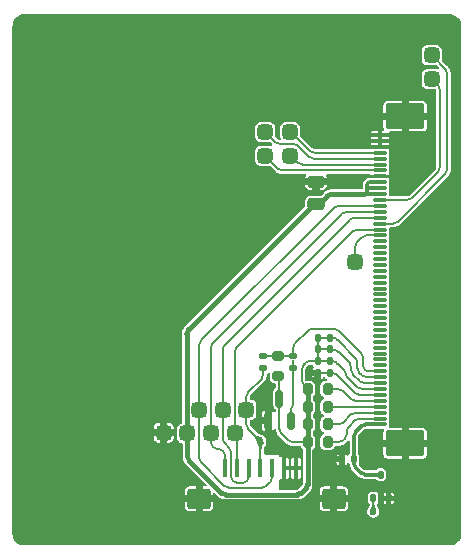
<source format=gtl>
G04 #@! TF.GenerationSoftware,KiCad,Pcbnew,9.0.1-rc2*
G04 #@! TF.CreationDate,2025-04-23T19:50:41-07:00*
G04 #@! TF.ProjectId,displaypcb,64697370-6c61-4797-9063-622e6b696361,2*
G04 #@! TF.SameCoordinates,Original*
G04 #@! TF.FileFunction,Copper,L1,Top*
G04 #@! TF.FilePolarity,Positive*
%FSLAX46Y46*%
G04 Gerber Fmt 4.6, Leading zero omitted, Abs format (unit mm)*
G04 Created by KiCad (PCBNEW 9.0.1-rc2) date 2025-04-23 19:50:41*
%MOMM*%
%LPD*%
G01*
G04 APERTURE LIST*
G04 Aperture macros list*
%AMRoundRect*
0 Rectangle with rounded corners*
0 $1 Rounding radius*
0 $2 $3 $4 $5 $6 $7 $8 $9 X,Y pos of 4 corners*
0 Add a 4 corners polygon primitive as box body*
4,1,4,$2,$3,$4,$5,$6,$7,$8,$9,$2,$3,0*
0 Add four circle primitives for the rounded corners*
1,1,$1+$1,$2,$3*
1,1,$1+$1,$4,$5*
1,1,$1+$1,$6,$7*
1,1,$1+$1,$8,$9*
0 Add four rect primitives between the rounded corners*
20,1,$1+$1,$2,$3,$4,$5,0*
20,1,$1+$1,$4,$5,$6,$7,0*
20,1,$1+$1,$6,$7,$8,$9,0*
20,1,$1+$1,$8,$9,$2,$3,0*%
G04 Aperture macros list end*
G04 #@! TA.AperFunction,EtchedComponent*
%ADD10C,0.200000*%
G04 #@! TD*
G04 #@! TA.AperFunction,SMDPad,CuDef*
%ADD11RoundRect,0.075000X0.525000X-0.075000X0.525000X0.075000X-0.525000X0.075000X-0.525000X-0.075000X0*%
G04 #@! TD*
G04 #@! TA.AperFunction,SMDPad,CuDef*
%ADD12RoundRect,0.200000X1.450000X-0.900000X1.450000X0.900000X-1.450000X0.900000X-1.450000X-0.900000X0*%
G04 #@! TD*
G04 #@! TA.AperFunction,SMDPad,CuDef*
%ADD13RoundRect,0.135000X-0.135000X-0.185000X0.135000X-0.185000X0.135000X0.185000X-0.135000X0.185000X0*%
G04 #@! TD*
G04 #@! TA.AperFunction,SMDPad,CuDef*
%ADD14RoundRect,0.325000X-0.325000X-0.325000X0.325000X-0.325000X0.325000X0.325000X-0.325000X0.325000X0*%
G04 #@! TD*
G04 #@! TA.AperFunction,SMDPad,CuDef*
%ADD15RoundRect,0.135000X0.185000X-0.135000X0.185000X0.135000X-0.185000X0.135000X-0.185000X-0.135000X0*%
G04 #@! TD*
G04 #@! TA.AperFunction,SMDPad,CuDef*
%ADD16RoundRect,0.200000X0.200000X0.275000X-0.200000X0.275000X-0.200000X-0.275000X0.200000X-0.275000X0*%
G04 #@! TD*
G04 #@! TA.AperFunction,SMDPad,CuDef*
%ADD17RoundRect,0.250000X0.475000X-0.250000X0.475000X0.250000X-0.475000X0.250000X-0.475000X-0.250000X0*%
G04 #@! TD*
G04 #@! TA.AperFunction,SMDPad,CuDef*
%ADD18RoundRect,0.100000X-0.100000X-0.650000X0.100000X-0.650000X0.100000X0.650000X-0.100000X0.650000X0*%
G04 #@! TD*
G04 #@! TA.AperFunction,SMDPad,CuDef*
%ADD19RoundRect,0.200000X-0.800000X-0.650000X0.800000X-0.650000X0.800000X0.650000X-0.800000X0.650000X0*%
G04 #@! TD*
G04 #@! TA.AperFunction,SMDPad,CuDef*
%ADD20RoundRect,0.150000X0.150000X-0.587500X0.150000X0.587500X-0.150000X0.587500X-0.150000X-0.587500X0*%
G04 #@! TD*
G04 #@! TA.AperFunction,SMDPad,CuDef*
%ADD21RoundRect,0.200000X0.275000X-0.200000X0.275000X0.200000X-0.275000X0.200000X-0.275000X-0.200000X0*%
G04 #@! TD*
G04 #@! TA.AperFunction,SMDPad,CuDef*
%ADD22RoundRect,0.112500X-0.112500X-0.237500X0.112500X-0.237500X0.112500X0.237500X-0.112500X0.237500X0*%
G04 #@! TD*
G04 #@! TA.AperFunction,ViaPad*
%ADD23C,0.600000*%
G04 #@! TD*
G04 #@! TA.AperFunction,Conductor*
%ADD24C,0.200000*%
G04 #@! TD*
G04 #@! TA.AperFunction,Conductor*
%ADD25C,0.400000*%
G04 #@! TD*
G04 #@! TA.AperFunction,Conductor*
%ADD26C,0.300000*%
G04 #@! TD*
G04 APERTURE END LIST*
D10*
X102610000Y-105900000D02*
X103090000Y-105900000D01*
X100250000Y-107240000D02*
X100250000Y-106760000D01*
X102610000Y-104900000D02*
X103090000Y-104900000D01*
X102610000Y-106900000D02*
X103090000Y-106900000D01*
X102610000Y-107900000D02*
X103090000Y-107900000D01*
D11*
X107600000Y-112250000D03*
X107600000Y-111750000D03*
X107600000Y-111250000D03*
X107600000Y-110750000D03*
X107600000Y-110250000D03*
X107600000Y-109750000D03*
X107600000Y-109250000D03*
X107600000Y-108750000D03*
X107600000Y-108250000D03*
X107600000Y-107750000D03*
X107600000Y-107250000D03*
X107600000Y-106750000D03*
X107600000Y-106250000D03*
X107600000Y-105750000D03*
X107600000Y-105250000D03*
X107600000Y-104750000D03*
X107600000Y-104250000D03*
X107600000Y-103750000D03*
X107600000Y-103250000D03*
X107600000Y-102750000D03*
X107600000Y-102250000D03*
X107600000Y-101750000D03*
X107600000Y-101250000D03*
X107600000Y-100750000D03*
X107600000Y-100250000D03*
X107600000Y-99750000D03*
X107600000Y-99250000D03*
X107600000Y-98750000D03*
X107600000Y-98250000D03*
X107600000Y-97750000D03*
X107600000Y-97250000D03*
X107600000Y-96750000D03*
X107600000Y-96250000D03*
X107600000Y-95750000D03*
X107600000Y-95250000D03*
X107600000Y-94750000D03*
X107600000Y-94250000D03*
X107600000Y-93750000D03*
X107600000Y-93250000D03*
X107600000Y-92750000D03*
X107600000Y-92250000D03*
X107600000Y-91750000D03*
X107600000Y-91250000D03*
X107600000Y-90750000D03*
X107600000Y-90250000D03*
X107600000Y-89750000D03*
X107600000Y-89250000D03*
X107600000Y-88750000D03*
X107600000Y-88250000D03*
X107600000Y-87750000D03*
D12*
X109750000Y-113850000D03*
X109750000Y-86150000D03*
D13*
X102340000Y-105900000D03*
X103360000Y-105900000D03*
D14*
X112000000Y-81000000D03*
X112000000Y-83000000D03*
D15*
X100250000Y-107510000D03*
X100250000Y-106490000D03*
D14*
X95300000Y-113000000D03*
X91300000Y-113000000D03*
D13*
X104390000Y-115200000D03*
X105410000Y-115200000D03*
D14*
X105500000Y-98500000D03*
X96300000Y-111000000D03*
D16*
X103175000Y-113750000D03*
X101525000Y-113750000D03*
D17*
X102200000Y-93599998D03*
X102200000Y-91700000D03*
D13*
X102340000Y-104900000D03*
X103360000Y-104900000D03*
D14*
X97900000Y-89500000D03*
D16*
X103175000Y-112250000D03*
X101525000Y-112250000D03*
D14*
X92300000Y-111000000D03*
D13*
X102340000Y-106900000D03*
X103360000Y-106900000D03*
D18*
X94500000Y-115950000D03*
X95500000Y-115950000D03*
X96500000Y-115950000D03*
X97500000Y-115950000D03*
X98500000Y-115950000D03*
X99500000Y-115950000D03*
X100500000Y-115950000D03*
X101500000Y-115950000D03*
D19*
X92300000Y-118550000D03*
X103700000Y-118550000D03*
D14*
X97900000Y-87500000D03*
X94300000Y-111000000D03*
D20*
X98150000Y-111937500D03*
X100050000Y-111937500D03*
X99100000Y-110062499D03*
D16*
X103175000Y-110750000D03*
X101525000Y-110750000D03*
D14*
X89300000Y-112950000D03*
X93300000Y-113000000D03*
X100000000Y-87500000D03*
D21*
X99000000Y-108125000D03*
X99000000Y-106475000D03*
D13*
X102340000Y-107900000D03*
X103360000Y-107900000D03*
D15*
X97750000Y-107510000D03*
X97750000Y-106490000D03*
D16*
X103175000Y-109250000D03*
X101525000Y-109250000D03*
D22*
X107050000Y-118500000D03*
X108350000Y-118500000D03*
X107700000Y-116500000D03*
D14*
X100000000Y-89500000D03*
D23*
X110400000Y-83000000D03*
X104700000Y-117300000D03*
X112400000Y-103200000D03*
X109700000Y-96300000D03*
X90150000Y-118950000D03*
X99000000Y-85200000D03*
X96400000Y-119750000D03*
X103550000Y-115200000D03*
X88600000Y-102400000D03*
X105600000Y-91600000D03*
X109700000Y-92200000D03*
X96150000Y-96350000D03*
X98100000Y-110100000D03*
X99500000Y-114720310D03*
X90350000Y-114350000D03*
X100500000Y-114720310D03*
X99500000Y-117320310D03*
X108350000Y-119650000D03*
X101600000Y-108000000D03*
X106300000Y-87600000D03*
X108900000Y-88700000D03*
X93800000Y-91400000D03*
X104200000Y-91600000D03*
X100500000Y-117320310D03*
X112400000Y-110600000D03*
X106300000Y-88400000D03*
X108900000Y-87900000D03*
X97500000Y-113650000D03*
X107050000Y-119650000D03*
D24*
X104109379Y-104309379D02*
X106040620Y-106240620D01*
X106626776Y-107750000D02*
X107800000Y-107750000D01*
X100224393Y-106475000D02*
X99010606Y-106475000D01*
X106200000Y-106625395D02*
X106200000Y-107323223D01*
X103724604Y-104150000D02*
X101875395Y-104150000D01*
X100250000Y-105775395D02*
X100250000Y-106479393D01*
X98974393Y-106490000D02*
X97750000Y-106490000D01*
X101490620Y-104309378D02*
X100409379Y-105390620D01*
X104109379Y-104309379D02*
G75*
G03*
X103724604Y-104150011I-384779J-384821D01*
G01*
X101490620Y-104309378D02*
G75*
G02*
X101875395Y-104149980I384780J-384722D01*
G01*
X99010606Y-106475000D02*
G75*
G03*
X98992498Y-106482498I-6J-25600D01*
G01*
X98974393Y-106490000D02*
G75*
G03*
X98992502Y-106482502I7J25600D01*
G01*
X106200000Y-106625395D02*
G75*
G03*
X106040628Y-106240612I-544200J-5D01*
G01*
X100250000Y-105775395D02*
G75*
G02*
X100409393Y-105390634I544100J-5D01*
G01*
X100242500Y-106482500D02*
G75*
G03*
X100249984Y-106479393I3100J3100D01*
G01*
X106626776Y-107750000D02*
G75*
G02*
X106325007Y-107624993I24J426800D01*
G01*
X106325000Y-107625000D02*
G75*
G02*
X106199990Y-107323223I301800J301800D01*
G01*
X100242500Y-106482500D02*
G75*
G03*
X100224393Y-106475003I-18100J-18100D01*
G01*
X94300000Y-111000000D02*
X94300000Y-113462104D01*
X96500000Y-116687867D02*
X96500000Y-115950000D01*
X94459379Y-105490620D02*
X105040620Y-94909379D01*
X95000000Y-114612895D02*
X95000000Y-116649604D01*
X94300000Y-105875395D02*
X94300000Y-111000000D01*
X94499659Y-110920310D02*
X94400000Y-110920310D01*
X94840620Y-114228120D02*
X94459379Y-113846879D01*
X94300000Y-111020310D02*
X94300000Y-110820310D01*
X94302312Y-105806936D02*
X94304624Y-105804624D01*
X95165620Y-117040620D02*
X95159379Y-117034379D01*
X94500240Y-110920550D02*
X94500481Y-110920791D01*
X95987867Y-117200000D02*
X95550395Y-117200000D01*
X105425395Y-94750000D02*
X107800000Y-94750000D01*
X94300000Y-111020310D02*
G75*
G02*
X94400000Y-110920300I100000J10D01*
G01*
X94459379Y-105490620D02*
G75*
G03*
X94299981Y-105875395I384721J-384780D01*
G01*
X94840620Y-114228120D02*
G75*
G02*
X94999989Y-114612895I-384820J-384780D01*
G01*
X94302312Y-105806936D02*
G75*
G03*
X94300014Y-105812517I5588J-5564D01*
G01*
X96500000Y-116687867D02*
G75*
G02*
X96350009Y-117050009I-512100J-33D01*
G01*
X95000000Y-116649604D02*
G75*
G03*
X95159371Y-117034387I544200J4D01*
G01*
X105425395Y-94750000D02*
G75*
G03*
X105040634Y-94909393I5J-544100D01*
G01*
X95165620Y-117040620D02*
G75*
G03*
X95550395Y-117199989I384780J384820D01*
G01*
X94499659Y-110920310D02*
G75*
G02*
X94500254Y-110920536I41J-790D01*
G01*
X94300000Y-113462104D02*
G75*
G03*
X94459371Y-113846887I544200J4D01*
G01*
X94400000Y-110920310D02*
G75*
G02*
X94299990Y-110820310I0J100010D01*
G01*
X96350000Y-117050000D02*
G75*
G02*
X95987867Y-117199987I-362100J362100D01*
G01*
D25*
X101525000Y-110750000D02*
X101525000Y-112250000D01*
D26*
X106500000Y-92006066D02*
X106500000Y-92075000D01*
D25*
X91250000Y-104575395D02*
X91250000Y-112834954D01*
X101525000Y-110750000D02*
X101525000Y-109475395D01*
D26*
X106675000Y-92250000D02*
X107800000Y-92250000D01*
D25*
X101500000Y-117274604D02*
X101500000Y-115950000D01*
X101525000Y-113732322D02*
X101525000Y-112250000D01*
D24*
X99050000Y-108175000D02*
X99000000Y-108125000D01*
D25*
X103525395Y-92750000D02*
X106300000Y-92750000D01*
X91300000Y-112960155D02*
X91300000Y-113039845D01*
D26*
X106500000Y-92425000D02*
X106500000Y-92550000D01*
D24*
X102340000Y-106900000D02*
X101596672Y-106900000D01*
X99100000Y-110062499D02*
X99100000Y-108295710D01*
D26*
X106734314Y-92750000D02*
X106300000Y-92750000D01*
D25*
X91300000Y-114924604D02*
X91300000Y-113039845D01*
X102306249Y-93599998D02*
X102268746Y-93599998D01*
X102538391Y-93511608D02*
X103140620Y-92909378D01*
X91459379Y-115309379D02*
X94190620Y-118040620D01*
D24*
X102340000Y-106900000D02*
X102340000Y-105900000D01*
X101356263Y-106999581D02*
X101256682Y-107099162D01*
D26*
X106500000Y-92425000D02*
X106500000Y-92075000D01*
D24*
X99840620Y-113590620D02*
X99259379Y-113009379D01*
D25*
X102100001Y-93599998D02*
X102268746Y-93599998D01*
D24*
X101190620Y-107159379D02*
X101159378Y-107190620D01*
D25*
X94575395Y-118200000D02*
X100574604Y-118200000D01*
X101512500Y-113762500D02*
X101525000Y-113750000D01*
X101500000Y-115950000D02*
X101500000Y-113792677D01*
D24*
X101507322Y-113750000D02*
X100225395Y-113750000D01*
X102340000Y-105900000D02*
X102340000Y-104900000D01*
D25*
X91300000Y-112955665D02*
X91300000Y-112960155D01*
D24*
X101000000Y-108499604D02*
X101000000Y-107575396D01*
D26*
X106734314Y-92750000D02*
X107800000Y-92750000D01*
D25*
X101929292Y-93670707D02*
X91409379Y-104190620D01*
D26*
X106756066Y-91750000D02*
X107800000Y-91750000D01*
D25*
X102306249Y-93599998D02*
X102325001Y-93599998D01*
D24*
X99100000Y-110062499D02*
X99100000Y-112624604D01*
D25*
X101340620Y-117659378D02*
X100959379Y-118040620D01*
D24*
X101159379Y-108884379D02*
X101365620Y-109090620D01*
D25*
X91275000Y-112895310D02*
G75*
G02*
X91300011Y-112955665I-60400J-60390D01*
G01*
D24*
X101356263Y-106999581D02*
G75*
G02*
X101596672Y-106899983I240437J-240419D01*
G01*
D25*
X103525395Y-92750000D02*
G75*
G03*
X103140634Y-92909392I5J-544100D01*
G01*
X100959379Y-118040620D02*
G75*
G02*
X100574604Y-118199989I-384779J384820D01*
G01*
D26*
X106500000Y-92425000D02*
G75*
G02*
X106675000Y-92250000I175000J0D01*
G01*
D24*
X101256682Y-107099162D02*
G75*
G02*
X101190620Y-107159379I-13665482J14925662D01*
G01*
X101159379Y-108884379D02*
G75*
G02*
X101000011Y-108499604I384821J384779D01*
G01*
D25*
X101512500Y-113762500D02*
G75*
G03*
X101499991Y-113792677I30200J-30200D01*
G01*
D24*
X99259379Y-113009379D02*
G75*
G02*
X99100011Y-112624604I384821J384779D01*
G01*
D25*
X91250000Y-104575395D02*
G75*
G02*
X91409393Y-104190634I544100J-5D01*
G01*
X101500000Y-117274604D02*
G75*
G02*
X101340629Y-117659387I-544200J4D01*
G01*
D26*
X106675000Y-92250000D02*
G75*
G02*
X106500000Y-92075000I0J175000D01*
G01*
D25*
X91250000Y-112834954D02*
G75*
G03*
X91274968Y-112895342I85400J-46D01*
G01*
D24*
X101507322Y-113750000D02*
G75*
G03*
X101525000Y-113732322I-22J17700D01*
G01*
D25*
X102538391Y-93511608D02*
G75*
G02*
X102325001Y-93599992I-213391J213408D01*
G01*
X91300000Y-114924604D02*
G75*
G03*
X91459371Y-115309387I544200J4D01*
G01*
D26*
X106500000Y-92006066D02*
G75*
G02*
X106575010Y-91825010I256100J-34D01*
G01*
D25*
X101507322Y-113750000D02*
G75*
G02*
X101512462Y-113762462I-22J-7300D01*
G01*
X101525000Y-113732322D02*
G75*
G02*
X101512493Y-113762493I-42700J22D01*
G01*
D26*
X106500000Y-92550000D02*
G75*
G03*
X106734315Y-92750012I218400J18600D01*
G01*
D25*
X94190620Y-118040620D02*
G75*
G03*
X94575395Y-118199989I384780J384820D01*
G01*
D24*
X99840620Y-113590620D02*
G75*
G03*
X100225395Y-113749989I384780J384820D01*
G01*
D26*
X106756066Y-91750000D02*
G75*
G03*
X106575010Y-91825010I34J-256100D01*
G01*
D24*
X99050000Y-108175000D02*
G75*
G02*
X99099996Y-108295710I-120700J-120700D01*
G01*
X101000000Y-107575396D02*
G75*
G02*
X101159392Y-107190634I544100J-4D01*
G01*
D25*
X102100001Y-93599998D02*
G75*
G03*
X101929296Y-93670711I-1J-241402D01*
G01*
D26*
X106500000Y-92550000D02*
G75*
G02*
X106300000Y-92750000I-200000J0D01*
G01*
D24*
X101365620Y-109090620D02*
G75*
G02*
X101524989Y-109475395I-384820J-384780D01*
G01*
X95300000Y-112858578D02*
X95300000Y-106125395D01*
X105290620Y-95909379D02*
X95459379Y-105740620D01*
X105675395Y-95750000D02*
X107800000Y-95750000D01*
X95500000Y-113341421D02*
X95500000Y-115950000D01*
X95300000Y-112858578D02*
G75*
G03*
X95399994Y-113100006I341400J-22D01*
G01*
X95300000Y-106125395D02*
G75*
G02*
X95459393Y-105740634I544100J-5D01*
G01*
X95400000Y-113100000D02*
G75*
G02*
X95499991Y-113341421I-241400J-241400D01*
G01*
X105290620Y-95909379D02*
G75*
G02*
X105675395Y-95749981I384780J-384721D01*
G01*
X93300000Y-113000000D02*
X93300000Y-113774604D01*
X94500000Y-114862132D02*
X94500000Y-115950000D01*
X93490620Y-114190620D02*
X93459379Y-114159379D01*
X93300000Y-113000000D02*
X93300000Y-105725395D01*
X104775395Y-94250000D02*
X107800000Y-94250000D01*
X104390620Y-94409379D02*
X93459379Y-105340620D01*
X93987867Y-114350000D02*
X93875395Y-114350000D01*
X93300000Y-113774604D02*
G75*
G03*
X93459371Y-114159387I544200J4D01*
G01*
X104775395Y-94250000D02*
G75*
G03*
X104390634Y-94409393I5J-544100D01*
G01*
X94350000Y-114500000D02*
G75*
G02*
X94499987Y-114862132I-362100J-362100D01*
G01*
X93490620Y-114190620D02*
G75*
G03*
X93875395Y-114349989I384780J384820D01*
G01*
X94350000Y-114500000D02*
G75*
G03*
X93987867Y-114350013I-362100J-362100D01*
G01*
X93300000Y-105725395D02*
G75*
G02*
X93459393Y-105340634I544100J-5D01*
G01*
X98340620Y-117109378D02*
X98008379Y-117441620D01*
X92300000Y-111000000D02*
X92300000Y-115074604D01*
X104075395Y-93750000D02*
X107800000Y-93750000D01*
X92300000Y-105525395D02*
X92300000Y-111000000D01*
X103690620Y-93909379D02*
X92459379Y-105140620D01*
X94441620Y-117441620D02*
X92459379Y-115459379D01*
X98500000Y-116724604D02*
X98500000Y-115950000D01*
X94826395Y-117601000D02*
X97623604Y-117601000D01*
X98008379Y-117441620D02*
G75*
G02*
X97623604Y-117600989I-384779J384820D01*
G01*
X103690620Y-93909379D02*
G75*
G02*
X104075395Y-93749981I384780J-384721D01*
G01*
X92300000Y-105525395D02*
G75*
G02*
X92459393Y-105140634I544100J-5D01*
G01*
X98500000Y-116724604D02*
G75*
G02*
X98340629Y-117109387I-544200J4D01*
G01*
X92300000Y-115074604D02*
G75*
G03*
X92459371Y-115459387I544200J4D01*
G01*
X94441620Y-117441620D02*
G75*
G03*
X94826395Y-117600989I384780J384820D01*
G01*
X112700000Y-83925395D02*
X112700000Y-90474604D01*
X112540620Y-83540620D02*
X112000000Y-83000000D01*
X109924604Y-93250000D02*
X107800000Y-93250000D01*
X110309378Y-93090620D02*
X112540620Y-90859379D01*
X109924604Y-93250000D02*
G75*
G03*
X110309387Y-93090629I-4J544200D01*
G01*
X112700000Y-83925395D02*
G75*
G03*
X112540628Y-83540612I-544200J-5D01*
G01*
X112700000Y-90474604D02*
G75*
G02*
X112540628Y-90859387I-544200J4D01*
G01*
X104043331Y-106099164D02*
X103958900Y-106014733D01*
X105890620Y-108590620D02*
X105359379Y-108059379D01*
X103411730Y-105930303D02*
X103755067Y-105930303D01*
X103375151Y-105915151D02*
X103360000Y-105900000D01*
X104109379Y-106159379D02*
X105040620Y-107090620D01*
X106275395Y-108750000D02*
X107800000Y-108750000D01*
X105200000Y-107674604D02*
X105200000Y-107475395D01*
X105890620Y-108590620D02*
G75*
G03*
X106275395Y-108749989I384780J384820D01*
G01*
X105200000Y-107674604D02*
G75*
G03*
X105359371Y-108059387I544200J4D01*
G01*
X104043331Y-106099164D02*
G75*
G03*
X104109379Y-106159379I19171569J20962364D01*
G01*
X103958900Y-106014733D02*
G75*
G03*
X103755067Y-105930336I-203800J-203867D01*
G01*
X105200000Y-107475395D02*
G75*
G03*
X105040628Y-107090612I-544200J-5D01*
G01*
X103375151Y-105915151D02*
G75*
G03*
X103411730Y-105930289I36549J36551D01*
G01*
X103175000Y-110750000D02*
X107800000Y-110750000D01*
X105533973Y-110250000D02*
X107800000Y-110250000D01*
X104467957Y-109409379D02*
X105149198Y-110090620D01*
X104083182Y-109250000D02*
X103175000Y-109250000D01*
X105533973Y-110250000D02*
G75*
G02*
X105149201Y-110090617I27J544200D01*
G01*
X104083182Y-109250000D02*
G75*
G02*
X104467976Y-109409360I18J-544200D01*
G01*
X104062321Y-108159379D02*
X105493562Y-109590620D01*
X105878337Y-109750000D02*
X107800000Y-109750000D01*
X103656289Y-107900000D02*
X103360000Y-107900000D01*
X103996275Y-108099159D02*
X103896695Y-107999579D01*
X103996275Y-108099159D02*
G75*
G03*
X104062321Y-108159379I19381325J21190059D01*
G01*
X105493562Y-109590620D02*
G75*
G03*
X105878337Y-109749960I384738J384820D01*
G01*
X103656289Y-107900000D02*
G75*
G02*
X103896703Y-107999571I11J-340000D01*
G01*
X100135355Y-87535355D02*
X101690620Y-89090620D01*
X102075395Y-89250000D02*
X107800000Y-89250000D01*
X100050000Y-87500000D02*
X100000000Y-87500000D01*
X102075395Y-89250000D02*
G75*
G02*
X101690612Y-89090628I5J544200D01*
G01*
X100135355Y-87535355D02*
G75*
G03*
X100050000Y-87499997I-85355J-85345D01*
G01*
X106475395Y-96250000D02*
X107800000Y-96250000D01*
X106090620Y-96409379D02*
X105659378Y-96840620D01*
X105500000Y-97225395D02*
X105500000Y-98500000D01*
X105659378Y-96840620D02*
G75*
G03*
X105499980Y-97225395I384722J-384780D01*
G01*
X106090620Y-96409379D02*
G75*
G02*
X106475395Y-96249981I384780J-384721D01*
G01*
X106475395Y-108250000D02*
X107800000Y-108250000D01*
X103703336Y-104900000D02*
X103360000Y-104900000D01*
X105859379Y-107859379D02*
X106090620Y-108090620D01*
X105540620Y-106590620D02*
X104140978Y-105190978D01*
X103943749Y-104999582D02*
X104011731Y-105067564D01*
X105700000Y-107474604D02*
X105700000Y-106975395D01*
X104076355Y-105129271D02*
G75*
G02*
X104140977Y-105190979I-1304155J-1430429D01*
G01*
X104011731Y-105067564D02*
G75*
G03*
X104076354Y-105129272I1369769J1369764D01*
G01*
X105540620Y-106590620D02*
G75*
G02*
X105699989Y-106975395I-384820J-384780D01*
G01*
X105859379Y-107859379D02*
G75*
G02*
X105700011Y-107474604I384821J384779D01*
G01*
X106475395Y-108250000D02*
G75*
G02*
X106090612Y-108090628I5J544200D01*
G01*
X103943749Y-104999582D02*
G75*
G03*
X103703336Y-104899976I-240449J-240418D01*
G01*
X100057843Y-89500000D02*
X100000000Y-89500000D01*
X101091081Y-90250000D02*
X107800000Y-90250000D01*
X100156587Y-89540901D02*
X100706306Y-90090620D01*
X100706306Y-90090620D02*
G75*
G03*
X101091081Y-90249999I384794J384820D01*
G01*
X100156587Y-89540901D02*
G75*
G03*
X100057843Y-89499956I-98787J-98699D01*
G01*
X105190620Y-111409379D02*
X104509378Y-112090620D01*
X104124604Y-112250000D02*
X103175000Y-112250000D01*
X105575395Y-111250000D02*
X107800000Y-111250000D01*
X105190620Y-111409379D02*
G75*
G02*
X105575395Y-111249981I384780J-384721D01*
G01*
X104124604Y-112250000D02*
G75*
G03*
X104509387Y-112090629I-4J544200D01*
G01*
X105690620Y-109090620D02*
X104814904Y-108214904D01*
X104018331Y-107099164D02*
X103918749Y-106999582D01*
X104084379Y-107159379D02*
X104585095Y-107660095D01*
X106075395Y-109250000D02*
X107800000Y-109250000D01*
X103678336Y-106900000D02*
X103360000Y-106900000D01*
X104585095Y-107660095D02*
G75*
G02*
X104700003Y-107937500I-277395J-277405D01*
G01*
X103678336Y-106900000D02*
G75*
G02*
X103918732Y-106999599I-36J-340000D01*
G01*
X105690620Y-109090620D02*
G75*
G03*
X106075395Y-109249989I384780J384820D01*
G01*
X104084379Y-107159379D02*
G75*
G02*
X104018331Y-107099164I19105521J21022579D01*
G01*
X104814904Y-108214904D02*
G75*
G02*
X104699997Y-107937500I277396J277404D01*
G01*
X98740620Y-88340620D02*
X97900000Y-87500000D01*
X99125395Y-88500000D02*
X100308488Y-88500000D01*
X101624504Y-89590620D02*
X100693263Y-88659379D01*
X102009279Y-89750000D02*
X107800000Y-89750000D01*
X102009279Y-89750000D02*
G75*
G02*
X101624504Y-89590620I21J544200D01*
G01*
X98740620Y-88340620D02*
G75*
G03*
X99125395Y-88499989I384780J384820D01*
G01*
X100308488Y-88500000D02*
G75*
G02*
X100693279Y-88659363I12J-544200D01*
G01*
X105875395Y-111750000D02*
X107800000Y-111750000D01*
X104959379Y-112440620D02*
X105490620Y-111909378D01*
X104800000Y-112825395D02*
X104800000Y-113074604D01*
X104509378Y-113590620D02*
X104640620Y-113459379D01*
X104124604Y-113750000D02*
X103175000Y-113750000D01*
X104800000Y-112825395D02*
G75*
G02*
X104959393Y-112440634I544100J-5D01*
G01*
X104800000Y-113074604D02*
G75*
G02*
X104640628Y-113459387I-544200J4D01*
G01*
X105875395Y-111750000D02*
G75*
G03*
X105490634Y-111909392I5J-544100D01*
G01*
X104124604Y-113750000D02*
G75*
G03*
X104509387Y-113590629I-4J544200D01*
G01*
X113140620Y-91059378D02*
X109109379Y-95090620D01*
X108724604Y-95250000D02*
X107800000Y-95250000D01*
X113300000Y-90674604D02*
X113300000Y-82525395D01*
X113140620Y-82140620D02*
X112000000Y-81000000D01*
X113140620Y-82140620D02*
G75*
G02*
X113299989Y-82525395I-384820J-384780D01*
G01*
X113300000Y-90674604D02*
G75*
G02*
X113140629Y-91059387I-544200J4D01*
G01*
X108724604Y-95250000D02*
G75*
G03*
X109109387Y-95090628I-4J544200D01*
G01*
X99375395Y-90750000D02*
X107800000Y-90750000D01*
X98990620Y-90590620D02*
X97900000Y-89500000D01*
X99375395Y-90750000D02*
G75*
G02*
X98990612Y-90590628I5J544200D01*
G01*
D26*
X105409999Y-115200000D02*
X105409999Y-115534603D01*
X106040620Y-112409379D02*
X105569377Y-112880621D01*
X105409999Y-115200000D02*
X105409999Y-113265396D01*
X106375395Y-116500000D02*
X107700000Y-116500000D01*
X105569378Y-115919378D02*
X105990620Y-116340620D01*
X106425395Y-112250000D02*
X107800000Y-112250000D01*
X105569377Y-112880621D02*
G75*
G03*
X105409980Y-113265396I384723J-384779D01*
G01*
X106375395Y-116500000D02*
G75*
G02*
X105990612Y-116340628I5J544200D01*
G01*
X105569378Y-115919378D02*
G75*
G02*
X105410011Y-115534603I384822J384778D01*
G01*
X106040620Y-112409379D02*
G75*
G02*
X106425395Y-112249981I384780J-384721D01*
G01*
D24*
X100250000Y-110558578D02*
X100250000Y-107510000D01*
X100050000Y-111041421D02*
X100050000Y-111937500D01*
X100150000Y-110800000D02*
G75*
G03*
X100249991Y-110558578I-241400J241400D01*
G01*
X100150000Y-110800000D02*
G75*
G03*
X100050009Y-111041421I241400J-241400D01*
G01*
X96300000Y-111000000D02*
X96300000Y-109895705D01*
X97750000Y-107994914D02*
X97750000Y-107510000D01*
X107050000Y-119650000D02*
X107050000Y-118500000D01*
X96300000Y-111000000D02*
X96300000Y-112224604D01*
X97590620Y-108379688D02*
X96459379Y-109510930D01*
X97500000Y-113650000D02*
X97500000Y-116010310D01*
X96459379Y-112609379D02*
X97500000Y-113650000D01*
X97750000Y-107994914D02*
G75*
G02*
X97590624Y-108379692I-544200J14D01*
G01*
X96300000Y-109895705D02*
G75*
G02*
X96459388Y-109510939I544100J5D01*
G01*
X96300000Y-112224604D02*
G75*
G03*
X96459371Y-112609387I544200J4D01*
G01*
G04 #@! TA.AperFunction,Conductor*
G36*
X97116337Y-113123935D02*
G01*
X97192679Y-113191194D01*
X97265823Y-113237224D01*
X97265825Y-113237225D01*
X97265827Y-113237226D01*
X97332769Y-113264635D01*
X97332770Y-113264635D01*
X97332772Y-113264636D01*
X97398613Y-113283252D01*
X97398915Y-113283342D01*
X97516109Y-113319912D01*
X97517542Y-113320464D01*
X97585760Y-113352078D01*
X97586846Y-113352654D01*
X97656174Y-113394259D01*
X97661505Y-113401454D01*
X97660186Y-113410311D01*
X97659903Y-113410759D01*
X97502015Y-113648734D01*
X97498734Y-113652015D01*
X97260762Y-113809901D01*
X97251974Y-113811620D01*
X97244545Y-113806620D01*
X97244260Y-113806170D01*
X97202463Y-113736486D01*
X97201882Y-113735388D01*
X97170216Y-113666918D01*
X97169665Y-113665488D01*
X97133358Y-113548967D01*
X97133242Y-113548572D01*
X97119672Y-113498941D01*
X97072273Y-113388729D01*
X97029389Y-113327476D01*
X96974133Y-113266348D01*
X96971129Y-113257913D01*
X96974540Y-113250231D01*
X97100331Y-113124440D01*
X97108603Y-113121014D01*
X97116337Y-113123935D01*
G37*
G04 #@! TD.AperFunction*
G04 #@! TA.AperFunction,Conductor*
G36*
X107147289Y-118999191D02*
G01*
X107150693Y-119006725D01*
X107157117Y-119108276D01*
X107176287Y-119192531D01*
X107176289Y-119192538D01*
X107204244Y-119259255D01*
X107212629Y-119274251D01*
X107237634Y-119318972D01*
X107237784Y-119319249D01*
X107294798Y-119427983D01*
X107295421Y-119429388D01*
X107321300Y-119499966D01*
X107321666Y-119501157D01*
X107341267Y-119579595D01*
X107339948Y-119588453D01*
X107332753Y-119593783D01*
X107332236Y-119593900D01*
X107052320Y-119650530D01*
X107047680Y-119650530D01*
X106767765Y-119593901D01*
X106760336Y-119588901D01*
X106758617Y-119580113D01*
X106758735Y-119579595D01*
X106778455Y-119500760D01*
X106778813Y-119499595D01*
X106804844Y-119428767D01*
X106805465Y-119427369D01*
X106862204Y-119319270D01*
X106862387Y-119318936D01*
X106887882Y-119274251D01*
X106932299Y-119162803D01*
X106945287Y-119089167D01*
X106949439Y-119006873D01*
X106953278Y-118998785D01*
X106961124Y-118995764D01*
X107139016Y-118995764D01*
X107147289Y-118999191D01*
G37*
G04 #@! TD.AperFunction*
G04 #@! TA.AperFunction,Conductor*
G36*
X97782235Y-113706099D02*
G01*
X97789663Y-113711098D01*
X97791382Y-113719886D01*
X97791264Y-113720405D01*
X97771548Y-113799223D01*
X97771180Y-113800420D01*
X97745156Y-113871227D01*
X97744534Y-113872628D01*
X97687797Y-113980726D01*
X97687599Y-113981087D01*
X97662119Y-114025745D01*
X97662118Y-114025748D01*
X97617701Y-114137196D01*
X97617701Y-114137198D01*
X97617699Y-114137203D01*
X97604712Y-114210835D01*
X97600561Y-114293126D01*
X97596722Y-114301215D01*
X97588876Y-114304236D01*
X97410983Y-114304236D01*
X97402710Y-114300809D01*
X97399306Y-114293276D01*
X97392882Y-114191729D01*
X97392881Y-114191725D01*
X97392881Y-114191722D01*
X97373713Y-114107469D01*
X97373712Y-114107467D01*
X97373711Y-114107461D01*
X97345756Y-114040744D01*
X97312362Y-113981023D01*
X97312214Y-113980749D01*
X97312202Y-113980726D01*
X97255199Y-113872013D01*
X97254577Y-113870610D01*
X97228696Y-113800023D01*
X97228335Y-113798850D01*
X97208732Y-113720403D01*
X97210051Y-113711546D01*
X97217246Y-113706216D01*
X97217743Y-113706103D01*
X97497682Y-113649469D01*
X97502318Y-113649469D01*
X97782235Y-113706099D01*
G37*
G04 #@! TD.AperFunction*
G04 #@! TA.AperFunction,Conductor*
G36*
X98270444Y-107880765D02*
G01*
X98313709Y-107924029D01*
X98324500Y-107968975D01*
X98324500Y-108356520D01*
X98324501Y-108356523D01*
X98339352Y-108450299D01*
X98339354Y-108450304D01*
X98396950Y-108563342D01*
X98486658Y-108653050D01*
X98599696Y-108710646D01*
X98693481Y-108725500D01*
X98700493Y-108725499D01*
X98758683Y-108744401D01*
X98794652Y-108793898D01*
X98799500Y-108824499D01*
X98799500Y-109096634D01*
X98780593Y-109154825D01*
X98749889Y-109180611D01*
X98750192Y-109181035D01*
X98744817Y-109184872D01*
X98743982Y-109185573D01*
X98743800Y-109185662D01*
X98743518Y-109185800D01*
X98660801Y-109268517D01*
X98609427Y-109373603D01*
X98609427Y-109373606D01*
X98599500Y-109441739D01*
X98599500Y-110683259D01*
X98606118Y-110728681D01*
X98609427Y-110751394D01*
X98660801Y-110856480D01*
X98660802Y-110856482D01*
X98743517Y-110939197D01*
X98743978Y-110939422D01*
X98744387Y-110939818D01*
X98750194Y-110943964D01*
X98749572Y-110944834D01*
X98761201Y-110956084D01*
X98780593Y-110970173D01*
X98782806Y-110976985D01*
X98787953Y-110981964D01*
X98799500Y-111028364D01*
X98799500Y-111146913D01*
X98780593Y-111205104D01*
X98731093Y-111241068D01*
X98669907Y-111241068D01*
X98620407Y-111205104D01*
X98611560Y-111190394D01*
X98588788Y-111143815D01*
X98588787Y-111143813D01*
X98506187Y-111061213D01*
X98450000Y-111033744D01*
X98450000Y-112841253D01*
X98506187Y-112813786D01*
X98588787Y-112731186D01*
X98615061Y-112677441D01*
X98657603Y-112633466D01*
X98717869Y-112622896D01*
X98772837Y-112649767D01*
X98801513Y-112703817D01*
X98801783Y-112705432D01*
X98820307Y-112822388D01*
X98861388Y-112948831D01*
X98879568Y-112984513D01*
X98921741Y-113067288D01*
X98935626Y-113086401D01*
X98979613Y-113146949D01*
X98999881Y-113174847D01*
X99018914Y-113193882D01*
X99018919Y-113193890D01*
X99043082Y-113218053D01*
X99046885Y-113221856D01*
X99046886Y-113221857D01*
X99086155Y-113261131D01*
X99086188Y-113261159D01*
X99589600Y-113764571D01*
X99589614Y-113764586D01*
X99594488Y-113769462D01*
X99594489Y-113769464D01*
X99595286Y-113770261D01*
X99595601Y-113770576D01*
X99599142Y-113774117D01*
X99599143Y-113774119D01*
X99599156Y-113774132D01*
X99599168Y-113774156D01*
X99628138Y-113803123D01*
X99628138Y-113803124D01*
X99675144Y-113850126D01*
X99782705Y-113928267D01*
X99901164Y-113988621D01*
X100027606Y-114029703D01*
X100068685Y-114036209D01*
X100158915Y-114050500D01*
X100225392Y-114050500D01*
X100272987Y-114050501D01*
X100272990Y-114050500D01*
X100838992Y-114050500D01*
X100897183Y-114069407D01*
X100933147Y-114118907D01*
X100936773Y-114134013D01*
X100939352Y-114150300D01*
X100939354Y-114150304D01*
X100996950Y-114263342D01*
X101070505Y-114336897D01*
X101098281Y-114391412D01*
X101099500Y-114406899D01*
X101099500Y-117268112D01*
X101098653Y-117281034D01*
X101096305Y-117298869D01*
X101089614Y-117323836D01*
X101085234Y-117334409D01*
X101072317Y-117356784D01*
X101061425Y-117370980D01*
X101052884Y-117380719D01*
X100680795Y-117752811D01*
X100671056Y-117761352D01*
X100656781Y-117772305D01*
X100634398Y-117785227D01*
X100623825Y-117789606D01*
X100598867Y-117796293D01*
X100592254Y-117797163D01*
X100580941Y-117798653D01*
X100568020Y-117799500D01*
X99199000Y-117799500D01*
X99140809Y-117780593D01*
X99104845Y-117731093D01*
X99100000Y-117700500D01*
X99100000Y-116947414D01*
X99118907Y-116889223D01*
X99168407Y-116853259D01*
X99229593Y-116853259D01*
X99238987Y-116856849D01*
X99300000Y-116883787D01*
X99300000Y-116150001D01*
X99700000Y-116150001D01*
X99700000Y-116883787D01*
X99772476Y-116851788D01*
X99772481Y-116851784D01*
X99851785Y-116772479D01*
X99897090Y-116669872D01*
X99899999Y-116644797D01*
X99900000Y-116644795D01*
X99900000Y-116150001D01*
X100100001Y-116150001D01*
X100100001Y-116644791D01*
X100102909Y-116669874D01*
X100148214Y-116772479D01*
X100227518Y-116851784D01*
X100227523Y-116851788D01*
X100300000Y-116883788D01*
X100300000Y-116150001D01*
X100700000Y-116150001D01*
X100700000Y-116883787D01*
X100772476Y-116851788D01*
X100772481Y-116851784D01*
X100851785Y-116772479D01*
X100897090Y-116669872D01*
X100899999Y-116644797D01*
X100900000Y-116644795D01*
X100900000Y-116150001D01*
X100899999Y-116150000D01*
X100700001Y-116150000D01*
X100700000Y-116150001D01*
X100300000Y-116150001D01*
X100299999Y-116150000D01*
X100100002Y-116150000D01*
X100100001Y-116150001D01*
X99900000Y-116150001D01*
X99899999Y-116150000D01*
X99700001Y-116150000D01*
X99700000Y-116150001D01*
X99300000Y-116150001D01*
X99300000Y-115749999D01*
X99700000Y-115749999D01*
X99700001Y-115750000D01*
X99899998Y-115750000D01*
X99899999Y-115749999D01*
X99899999Y-115255211D01*
X99899998Y-115255207D01*
X99899997Y-115255202D01*
X100100000Y-115255202D01*
X100100000Y-115749999D01*
X100100001Y-115750000D01*
X100299999Y-115750000D01*
X100300000Y-115749999D01*
X100700000Y-115749999D01*
X100700001Y-115750000D01*
X100899998Y-115750000D01*
X100899999Y-115749999D01*
X100899999Y-115255210D01*
X100899998Y-115255208D01*
X100897090Y-115230125D01*
X100851786Y-115127522D01*
X100772476Y-115048212D01*
X100700000Y-115016210D01*
X100700000Y-115749999D01*
X100300000Y-115749999D01*
X100300000Y-115016210D01*
X100299999Y-115016210D01*
X100227523Y-115048212D01*
X100148213Y-115127522D01*
X100102909Y-115230127D01*
X100100000Y-115255202D01*
X99899997Y-115255202D01*
X99897090Y-115230125D01*
X99851786Y-115127522D01*
X99772476Y-115048212D01*
X99700000Y-115016210D01*
X99700000Y-115749999D01*
X99300000Y-115749999D01*
X99300000Y-115016210D01*
X99238988Y-115043150D01*
X99178118Y-115049358D01*
X99125225Y-115018602D01*
X99100511Y-114962630D01*
X99100000Y-114952585D01*
X99100000Y-114800001D01*
X99100000Y-114800000D01*
X99099999Y-114800000D01*
X97899500Y-114800000D01*
X97841309Y-114781093D01*
X97805345Y-114731593D01*
X97800500Y-114701000D01*
X97800500Y-114336795D01*
X97800910Y-114327798D01*
X97801612Y-114320105D01*
X97805800Y-114303479D01*
X97809099Y-114238059D01*
X97809280Y-114236082D01*
X97809509Y-114235546D01*
X97810372Y-114227903D01*
X97814644Y-114203681D01*
X97820169Y-114184242D01*
X97845161Y-114121535D01*
X97851129Y-114109146D01*
X97866091Y-114082924D01*
X97867777Y-114079910D01*
X97867975Y-114079549D01*
X97869756Y-114076230D01*
X97926493Y-113968132D01*
X97932355Y-113956015D01*
X97932977Y-113954614D01*
X97938041Y-113942119D01*
X97964065Y-113871312D01*
X97967607Y-113860809D01*
X97967975Y-113859612D01*
X97970905Y-113849091D01*
X97990621Y-113770273D01*
X97991650Y-113765965D01*
X97991768Y-113765446D01*
X97991854Y-113759722D01*
X97995215Y-113735612D01*
X98000500Y-113715892D01*
X98000500Y-113584108D01*
X97966392Y-113456814D01*
X97966390Y-113456811D01*
X97966390Y-113456809D01*
X97900503Y-113342690D01*
X97900501Y-113342688D01*
X97900500Y-113342686D01*
X97807314Y-113249500D01*
X97807311Y-113249498D01*
X97807309Y-113249496D01*
X97786969Y-113237753D01*
X97769949Y-113225339D01*
X97761918Y-113218053D01*
X97692591Y-113176448D01*
X97683125Y-113171103D01*
X97682041Y-113170528D01*
X97672175Y-113165630D01*
X97603950Y-113134012D01*
X97591410Y-113128698D01*
X97589973Y-113128145D01*
X97577339Y-113123746D01*
X97460155Y-113087179D01*
X97460129Y-113087171D01*
X97457606Y-113086401D01*
X97457482Y-113086364D01*
X97457335Y-113086320D01*
X97454426Y-113085475D01*
X97405268Y-113071577D01*
X97394689Y-113067929D01*
X97368137Y-113057057D01*
X97352928Y-113049233D01*
X97322855Y-113030308D01*
X97310144Y-113020805D01*
X97252184Y-112969741D01*
X97243813Y-112964704D01*
X97224852Y-112949881D01*
X96676461Y-112401490D01*
X96667920Y-112391749D01*
X96641088Y-112356777D01*
X96628170Y-112334402D01*
X96613797Y-112299701D01*
X96607113Y-112274751D01*
X96602208Y-112237501D01*
X97650001Y-112237501D01*
X97650001Y-112558216D01*
X97659912Y-112626250D01*
X97711214Y-112731188D01*
X97793812Y-112813786D01*
X97850000Y-112841254D01*
X97850000Y-112237501D01*
X97849999Y-112237500D01*
X97650002Y-112237500D01*
X97650001Y-112237501D01*
X96602208Y-112237501D01*
X96601346Y-112230951D01*
X96600500Y-112218031D01*
X96600500Y-111946205D01*
X96619407Y-111888014D01*
X96668907Y-111852050D01*
X96687689Y-111847912D01*
X96750590Y-111840359D01*
X96884975Y-111787364D01*
X97000078Y-111700078D01*
X97087364Y-111584975D01*
X97140359Y-111450590D01*
X97150500Y-111366144D01*
X97150500Y-111316784D01*
X97650000Y-111316784D01*
X97650000Y-111637499D01*
X97650001Y-111637500D01*
X97849999Y-111637500D01*
X97850000Y-111637499D01*
X97850000Y-111033744D01*
X97793812Y-111061213D01*
X97711213Y-111143812D01*
X97659912Y-111248751D01*
X97650000Y-111316784D01*
X97150500Y-111316784D01*
X97150500Y-110633856D01*
X97140359Y-110549410D01*
X97098584Y-110443476D01*
X97087365Y-110415027D01*
X97087364Y-110415026D01*
X97087364Y-110415025D01*
X97000078Y-110299922D01*
X96884975Y-110212636D01*
X96884974Y-110212635D01*
X96884972Y-110212634D01*
X96750591Y-110159641D01*
X96687696Y-110152088D01*
X96678758Y-110147949D01*
X96668907Y-110147949D01*
X96651592Y-110135369D01*
X96632174Y-110126377D01*
X96627375Y-110117774D01*
X96619407Y-110111985D01*
X96612794Y-110091632D01*
X96602369Y-110072942D01*
X96600500Y-110053794D01*
X96600500Y-109943300D01*
X96600501Y-109943297D01*
X96600500Y-109902188D01*
X96601347Y-109889268D01*
X96603577Y-109872331D01*
X96607099Y-109845571D01*
X96613789Y-109820606D01*
X96628153Y-109785930D01*
X96641075Y-109763553D01*
X96641237Y-109763342D01*
X96667979Y-109728494D01*
X96676489Y-109718790D01*
X96705508Y-109689777D01*
X96705509Y-109689773D01*
X96711783Y-109683501D01*
X96711808Y-109683470D01*
X97763041Y-108632236D01*
X97769455Y-108625823D01*
X97769462Y-108625821D01*
X97776995Y-108618286D01*
X97777007Y-108618280D01*
X97803117Y-108592167D01*
X97803118Y-108592168D01*
X97850120Y-108545163D01*
X97928262Y-108437604D01*
X97988617Y-108319146D01*
X98029700Y-108192706D01*
X98050499Y-108061395D01*
X98050499Y-108035228D01*
X98050500Y-108024389D01*
X98060387Y-107993964D01*
X98069407Y-107966203D01*
X98069409Y-107966200D01*
X98069410Y-107966200D01*
X98069415Y-107966196D01*
X98107663Y-107934669D01*
X98111341Y-107932954D01*
X98130404Y-107924065D01*
X98155497Y-107898971D01*
X98210011Y-107871194D01*
X98270444Y-107880765D01*
G37*
G04 #@! TD.AperFunction*
G04 #@! TA.AperFunction,Conductor*
G36*
X113504308Y-77500877D02*
G01*
X113520845Y-77502323D01*
X113664937Y-77514930D01*
X113681914Y-77517923D01*
X113833491Y-77558537D01*
X113849695Y-77564435D01*
X113991902Y-77630748D01*
X114006842Y-77639374D01*
X114135367Y-77729368D01*
X114148587Y-77740460D01*
X114259539Y-77851412D01*
X114270631Y-77864632D01*
X114360625Y-77993157D01*
X114369253Y-78008101D01*
X114435560Y-78150295D01*
X114441463Y-78166512D01*
X114482074Y-78318075D01*
X114485070Y-78335069D01*
X114499123Y-78495690D01*
X114499500Y-78504319D01*
X114499500Y-121495680D01*
X114499123Y-121504308D01*
X114499123Y-121504309D01*
X114485070Y-121664930D01*
X114482074Y-121681924D01*
X114441463Y-121833487D01*
X114435560Y-121849704D01*
X114369253Y-121991898D01*
X114360625Y-122006842D01*
X114270631Y-122135367D01*
X114259539Y-122148587D01*
X114148587Y-122259539D01*
X114135367Y-122270631D01*
X114006842Y-122360625D01*
X113991898Y-122369253D01*
X113849704Y-122435560D01*
X113833487Y-122441463D01*
X113681924Y-122482074D01*
X113664930Y-122485070D01*
X113504309Y-122499123D01*
X113495680Y-122499500D01*
X77504320Y-122499500D01*
X77495691Y-122499123D01*
X77335069Y-122485070D01*
X77318075Y-122482074D01*
X77166512Y-122441463D01*
X77150298Y-122435561D01*
X77008101Y-122369253D01*
X76993157Y-122360625D01*
X76864632Y-122270631D01*
X76851412Y-122259539D01*
X76740460Y-122148587D01*
X76729368Y-122135367D01*
X76639374Y-122006842D01*
X76630748Y-121991902D01*
X76564435Y-121849695D01*
X76558536Y-121833487D01*
X76517923Y-121681914D01*
X76514930Y-121664937D01*
X76500877Y-121504308D01*
X76500500Y-121495680D01*
X76500500Y-118850001D01*
X91100001Y-118850001D01*
X91100001Y-119231485D01*
X91114833Y-119325141D01*
X91114836Y-119325151D01*
X91172358Y-119438043D01*
X91261956Y-119527641D01*
X91374848Y-119585163D01*
X91374852Y-119585164D01*
X91468515Y-119599999D01*
X91999998Y-119599999D01*
X92000000Y-119599998D01*
X92000000Y-118850001D01*
X92600000Y-118850001D01*
X92600000Y-119599998D01*
X92600001Y-119599999D01*
X93131483Y-119599999D01*
X93131485Y-119599998D01*
X93225141Y-119585166D01*
X93225151Y-119585163D01*
X93338043Y-119527641D01*
X93427641Y-119438043D01*
X93485163Y-119325151D01*
X93485164Y-119325147D01*
X93500000Y-119231484D01*
X93500000Y-118850001D01*
X102500001Y-118850001D01*
X102500001Y-119231485D01*
X102514833Y-119325141D01*
X102514836Y-119325151D01*
X102572358Y-119438043D01*
X102661956Y-119527641D01*
X102774848Y-119585163D01*
X102774852Y-119585164D01*
X102868515Y-119599999D01*
X103399998Y-119599999D01*
X103400000Y-119599998D01*
X103400000Y-118850001D01*
X104000000Y-118850001D01*
X104000000Y-119599998D01*
X104000001Y-119599999D01*
X104531483Y-119599999D01*
X104531485Y-119599998D01*
X104625141Y-119585166D01*
X104625151Y-119585163D01*
X104627222Y-119584108D01*
X106549500Y-119584108D01*
X106549500Y-119715892D01*
X106579579Y-119828151D01*
X106583609Y-119843190D01*
X106649496Y-119957309D01*
X106649498Y-119957311D01*
X106649500Y-119957314D01*
X106742686Y-120050500D01*
X106742688Y-120050501D01*
X106742690Y-120050503D01*
X106856810Y-120116390D01*
X106856808Y-120116390D01*
X106856812Y-120116391D01*
X106856814Y-120116392D01*
X106984108Y-120150500D01*
X106984110Y-120150500D01*
X107115890Y-120150500D01*
X107115892Y-120150500D01*
X107243186Y-120116392D01*
X107243188Y-120116390D01*
X107243190Y-120116390D01*
X107357309Y-120050503D01*
X107357309Y-120050502D01*
X107357314Y-120050500D01*
X107450500Y-119957314D01*
X107516392Y-119843186D01*
X107550500Y-119715892D01*
X107550500Y-119584108D01*
X107544417Y-119561409D01*
X107541162Y-119540589D01*
X107540636Y-119529775D01*
X107521038Y-119451348D01*
X107521035Y-119451336D01*
X107518100Y-119440792D01*
X107517734Y-119439601D01*
X107514239Y-119429221D01*
X107488360Y-119358643D01*
X107488055Y-119357890D01*
X107486121Y-119353110D01*
X107483281Y-119346088D01*
X107482658Y-119344683D01*
X107476796Y-119332553D01*
X107419782Y-119223819D01*
X107418490Y-119221394D01*
X107418409Y-119221244D01*
X107418373Y-119221177D01*
X107417831Y-119220192D01*
X107417000Y-119218682D01*
X107397011Y-119182932D01*
X107392015Y-119173997D01*
X107387117Y-119163942D01*
X107376030Y-119137483D01*
X107370808Y-119121193D01*
X107369573Y-119115767D01*
X107362930Y-119086567D01*
X107360661Y-119070855D01*
X107358197Y-119031907D01*
X107373392Y-118972638D01*
X107386996Y-118955652D01*
X107422850Y-118919799D01*
X107469499Y-118819760D01*
X107475500Y-118774179D01*
X107475500Y-118725001D01*
X107925001Y-118725001D01*
X107925001Y-118774127D01*
X107930990Y-118819625D01*
X107930991Y-118819630D01*
X107977564Y-118919505D01*
X108055492Y-118997433D01*
X108124999Y-119029845D01*
X108125000Y-119029845D01*
X108125000Y-118725001D01*
X108575000Y-118725001D01*
X108575000Y-119029845D01*
X108644507Y-118997433D01*
X108722435Y-118919505D01*
X108769008Y-118819631D01*
X108769008Y-118819630D01*
X108774999Y-118774121D01*
X108775000Y-118774120D01*
X108775000Y-118725001D01*
X108774999Y-118725000D01*
X108575001Y-118725000D01*
X108575000Y-118725001D01*
X108125000Y-118725001D01*
X108124999Y-118725000D01*
X107925002Y-118725000D01*
X107925001Y-118725001D01*
X107475500Y-118725001D01*
X107475499Y-118463796D01*
X107475499Y-118225878D01*
X107925000Y-118225878D01*
X107925000Y-118274999D01*
X107925001Y-118275000D01*
X108124999Y-118275000D01*
X108125000Y-118274999D01*
X108575000Y-118274999D01*
X108575001Y-118275000D01*
X108774998Y-118275000D01*
X108774999Y-118274999D01*
X108774999Y-118225883D01*
X108774998Y-118225872D01*
X108769009Y-118180374D01*
X108769008Y-118180369D01*
X108722435Y-118080494D01*
X108644505Y-118002564D01*
X108575000Y-117970153D01*
X108575000Y-118274999D01*
X108125000Y-118274999D01*
X108125000Y-117970153D01*
X108124999Y-117970153D01*
X108055494Y-118002564D01*
X107977564Y-118080494D01*
X107930991Y-118180368D01*
X107930991Y-118180369D01*
X107925000Y-118225878D01*
X107475499Y-118225878D01*
X107475499Y-118225826D01*
X107475498Y-118225814D01*
X107469499Y-118180240D01*
X107469499Y-118180238D01*
X107422851Y-118080203D01*
X107422850Y-118080202D01*
X107422850Y-118080201D01*
X107344799Y-118002150D01*
X107244760Y-117955501D01*
X107199179Y-117949500D01*
X107199177Y-117949500D01*
X106900826Y-117949500D01*
X106900814Y-117949501D01*
X106855240Y-117955500D01*
X106855238Y-117955500D01*
X106755203Y-118002148D01*
X106677150Y-118080201D01*
X106630501Y-118180240D01*
X106630501Y-118180241D01*
X106624500Y-118225822D01*
X106624500Y-118774173D01*
X106624501Y-118774185D01*
X106630500Y-118819759D01*
X106630500Y-118819761D01*
X106677148Y-118919796D01*
X106677150Y-118919799D01*
X106713578Y-118956228D01*
X106718337Y-118965568D01*
X106726496Y-118972149D01*
X106731916Y-118992220D01*
X106741355Y-119010745D01*
X106742448Y-119031218D01*
X106741001Y-119059906D01*
X106739622Y-119072113D01*
X106735355Y-119096308D01*
X106729825Y-119115767D01*
X106704844Y-119178446D01*
X106698869Y-119190852D01*
X106683885Y-119217114D01*
X106682159Y-119220201D01*
X106681993Y-119220505D01*
X106680270Y-119223718D01*
X106623499Y-119331878D01*
X106617658Y-119343947D01*
X106617043Y-119345331D01*
X106611952Y-119357890D01*
X106585933Y-119428684D01*
X106583183Y-119436844D01*
X106582379Y-119439231D01*
X106582265Y-119439602D01*
X106582019Y-119440403D01*
X106579091Y-119450911D01*
X106559387Y-119529685D01*
X106558368Y-119533952D01*
X106558249Y-119534476D01*
X106558160Y-119540237D01*
X106555626Y-119558397D01*
X106555802Y-119560240D01*
X106555342Y-119562302D01*
X106549500Y-119584108D01*
X104627222Y-119584108D01*
X104738043Y-119527641D01*
X104758069Y-119507616D01*
X104827641Y-119438043D01*
X104885163Y-119325151D01*
X104885164Y-119325147D01*
X104900000Y-119231484D01*
X104900000Y-118850001D01*
X104899999Y-118850000D01*
X104000001Y-118850000D01*
X104000000Y-118850001D01*
X103400000Y-118850001D01*
X103399999Y-118850000D01*
X102500002Y-118850000D01*
X102500001Y-118850001D01*
X93500000Y-118850001D01*
X93499999Y-118850000D01*
X92600001Y-118850000D01*
X92600000Y-118850001D01*
X92000000Y-118850001D01*
X91999999Y-118850000D01*
X91100002Y-118850000D01*
X91100001Y-118850001D01*
X76500500Y-118850001D01*
X76500500Y-117868515D01*
X91100000Y-117868515D01*
X91100000Y-118249999D01*
X91100001Y-118250000D01*
X91999999Y-118250000D01*
X92000000Y-118249999D01*
X92000000Y-117500001D01*
X91999999Y-117500000D01*
X91468516Y-117500000D01*
X91468514Y-117500001D01*
X91374858Y-117514833D01*
X91374848Y-117514836D01*
X91261956Y-117572358D01*
X91172358Y-117661956D01*
X91114836Y-117774848D01*
X91114835Y-117774852D01*
X91100000Y-117868515D01*
X76500500Y-117868515D01*
X76500500Y-113250001D01*
X88450000Y-113250001D01*
X88450000Y-113316104D01*
X88460132Y-113400468D01*
X88513077Y-113534729D01*
X88600276Y-113649717D01*
X88600282Y-113649723D01*
X88715270Y-113736922D01*
X88849531Y-113789867D01*
X88933895Y-113799999D01*
X88933900Y-113800000D01*
X88999999Y-113800000D01*
X89000000Y-113799999D01*
X89000000Y-113250001D01*
X89600000Y-113250001D01*
X89600000Y-113799999D01*
X89600001Y-113800000D01*
X89666100Y-113800000D01*
X89666104Y-113799999D01*
X89750468Y-113789867D01*
X89884729Y-113736922D01*
X89999717Y-113649723D01*
X89999723Y-113649717D01*
X90086922Y-113534729D01*
X90139867Y-113400468D01*
X90149999Y-113316104D01*
X90150000Y-113316100D01*
X90150000Y-113250001D01*
X90149999Y-113250000D01*
X89600001Y-113250000D01*
X89600000Y-113250001D01*
X89000000Y-113250001D01*
X88999999Y-113250000D01*
X88450001Y-113250000D01*
X88450000Y-113250001D01*
X76500500Y-113250001D01*
X76500500Y-112583895D01*
X88450000Y-112583895D01*
X88450000Y-112649999D01*
X88450001Y-112650000D01*
X88999999Y-112650000D01*
X89000000Y-112649999D01*
X89000000Y-112100001D01*
X89600000Y-112100001D01*
X89600000Y-112649999D01*
X89600001Y-112650000D01*
X90149999Y-112650000D01*
X90150000Y-112649999D01*
X90150000Y-112633851D01*
X90449500Y-112633851D01*
X90449500Y-113366144D01*
X90459641Y-113450591D01*
X90512634Y-113584972D01*
X90512635Y-113584974D01*
X90512636Y-113584975D01*
X90599922Y-113700078D01*
X90715025Y-113787364D01*
X90715026Y-113787364D01*
X90715027Y-113787365D01*
X90836819Y-113835394D01*
X90884016Y-113874330D01*
X90899500Y-113927491D01*
X90899500Y-114983744D01*
X90899511Y-114983911D01*
X90899511Y-114998953D01*
X90922769Y-115145804D01*
X90968714Y-115287215D01*
X91036215Y-115419701D01*
X91123598Y-115539984D01*
X91123602Y-115539989D01*
X91138892Y-115555281D01*
X91138899Y-115555292D01*
X91176167Y-115592560D01*
X91216883Y-115633279D01*
X91222515Y-115638911D01*
X91222534Y-115638927D01*
X92914603Y-117330996D01*
X92942380Y-117385513D01*
X92932809Y-117445945D01*
X92889544Y-117489210D01*
X92844599Y-117500000D01*
X92600001Y-117500000D01*
X92600000Y-117500001D01*
X92600000Y-118249999D01*
X92600001Y-118250000D01*
X93499998Y-118250000D01*
X93499999Y-118249999D01*
X93499999Y-118155400D01*
X93518906Y-118097209D01*
X93568406Y-118061245D01*
X93629592Y-118061245D01*
X93669003Y-118085396D01*
X93862048Y-118278441D01*
X93862050Y-118278444D01*
X93866716Y-118283110D01*
X93866719Y-118283115D01*
X93878437Y-118294832D01*
X93878451Y-118294860D01*
X93907431Y-118323837D01*
X93907431Y-118323838D01*
X93960002Y-118376405D01*
X94080297Y-118463796D01*
X94212780Y-118531295D01*
X94354191Y-118577240D01*
X94381536Y-118581571D01*
X94501045Y-118600500D01*
X94501048Y-118600500D01*
X100633697Y-118600500D01*
X100633882Y-118600488D01*
X100648953Y-118600488D01*
X100759091Y-118583043D01*
X100795805Y-118577229D01*
X100937214Y-118531285D01*
X101069696Y-118463787D01*
X101189989Y-118376397D01*
X101205281Y-118361106D01*
X101205292Y-118361100D01*
X101252395Y-118313997D01*
X101283279Y-118283116D01*
X101283280Y-118283113D01*
X101288906Y-118277488D01*
X101288923Y-118277467D01*
X101580365Y-117986023D01*
X101583108Y-117983281D01*
X101583116Y-117983278D01*
X101594840Y-117971552D01*
X101594874Y-117971535D01*
X101676406Y-117889996D01*
X101692012Y-117868515D01*
X102500000Y-117868515D01*
X102500000Y-118249999D01*
X102500001Y-118250000D01*
X103399999Y-118250000D01*
X103400000Y-118249999D01*
X103400000Y-117500001D01*
X104000000Y-117500001D01*
X104000000Y-118249999D01*
X104000001Y-118250000D01*
X104899998Y-118250000D01*
X104899999Y-118249999D01*
X104899999Y-117868516D01*
X104899998Y-117868514D01*
X104885166Y-117774858D01*
X104885163Y-117774848D01*
X104827641Y-117661956D01*
X104738043Y-117572358D01*
X104625151Y-117514836D01*
X104625147Y-117514835D01*
X104531484Y-117500000D01*
X104000001Y-117500000D01*
X104000000Y-117500001D01*
X103400000Y-117500001D01*
X103399999Y-117500000D01*
X102868516Y-117500000D01*
X102868514Y-117500001D01*
X102774858Y-117514833D01*
X102774848Y-117514836D01*
X102661956Y-117572358D01*
X102572358Y-117661956D01*
X102514836Y-117774848D01*
X102514835Y-117774852D01*
X102500000Y-117868515D01*
X101692012Y-117868515D01*
X101737108Y-117806441D01*
X101737109Y-117806439D01*
X101763796Y-117769705D01*
X101763796Y-117769704D01*
X101763798Y-117769702D01*
X101831296Y-117637218D01*
X101877241Y-117495807D01*
X101888870Y-117422379D01*
X101900500Y-117348954D01*
X101900500Y-115470000D01*
X103926023Y-115470000D01*
X103926422Y-115473041D01*
X103926424Y-115473045D01*
X103976349Y-115580109D01*
X104059887Y-115663647D01*
X104120000Y-115691678D01*
X104120000Y-115470001D01*
X104119999Y-115470000D01*
X103926023Y-115470000D01*
X101900500Y-115470000D01*
X101900500Y-114929999D01*
X103926023Y-114929999D01*
X103926024Y-114930000D01*
X104119999Y-114930000D01*
X104120000Y-114929999D01*
X104120000Y-114708320D01*
X104119998Y-114708320D01*
X104059890Y-114736349D01*
X103976349Y-114819890D01*
X103926424Y-114926954D01*
X103926422Y-114926958D01*
X103926023Y-114929999D01*
X101900500Y-114929999D01*
X101900500Y-114445737D01*
X101919407Y-114387546D01*
X101954556Y-114357527D01*
X101963338Y-114353052D01*
X101963337Y-114353052D01*
X101963342Y-114353050D01*
X102053050Y-114263342D01*
X102110646Y-114150304D01*
X102125500Y-114056519D01*
X102125499Y-113443482D01*
X102115783Y-113382132D01*
X102110647Y-113349700D01*
X102110646Y-113349698D01*
X102110646Y-113349696D01*
X102053050Y-113236658D01*
X101963342Y-113146950D01*
X101963339Y-113146948D01*
X101957832Y-113141441D01*
X101959515Y-113139757D01*
X101957091Y-113136419D01*
X101944407Y-113127204D01*
X101939560Y-113112288D01*
X101930344Y-113099601D01*
X101925500Y-113069013D01*
X101925500Y-112930986D01*
X101944407Y-112872795D01*
X101958238Y-112858965D01*
X101957832Y-112858559D01*
X101963339Y-112853051D01*
X101963342Y-112853050D01*
X102053050Y-112763342D01*
X102110646Y-112650304D01*
X102125500Y-112556519D01*
X102125499Y-111943482D01*
X102118793Y-111901139D01*
X102110647Y-111849700D01*
X102110646Y-111849698D01*
X102110646Y-111849696D01*
X102053050Y-111736658D01*
X101963342Y-111646950D01*
X101963339Y-111646948D01*
X101957832Y-111641441D01*
X101959515Y-111639757D01*
X101957091Y-111636419D01*
X101944407Y-111627204D01*
X101939560Y-111612288D01*
X101930344Y-111599601D01*
X101925500Y-111569013D01*
X101925500Y-111430986D01*
X101944407Y-111372795D01*
X101958238Y-111358965D01*
X101957832Y-111358559D01*
X101963339Y-111353051D01*
X101963342Y-111353050D01*
X102053050Y-111263342D01*
X102110646Y-111150304D01*
X102125500Y-111056519D01*
X102125499Y-110443482D01*
X102117891Y-110395442D01*
X102110647Y-110349700D01*
X102110646Y-110349698D01*
X102110646Y-110349696D01*
X102053050Y-110236658D01*
X101963342Y-110146950D01*
X101963339Y-110146948D01*
X101957832Y-110141441D01*
X101959515Y-110139757D01*
X101957091Y-110136419D01*
X101944407Y-110127204D01*
X101939560Y-110112288D01*
X101930344Y-110099601D01*
X101925500Y-110069013D01*
X101925500Y-109930986D01*
X101944407Y-109872795D01*
X101958238Y-109858965D01*
X101957832Y-109858559D01*
X101963339Y-109853051D01*
X101963342Y-109853050D01*
X102053050Y-109763342D01*
X102110646Y-109650304D01*
X102125500Y-109556519D01*
X102125499Y-108943482D01*
X102118815Y-108901278D01*
X102110647Y-108849700D01*
X102110646Y-108849698D01*
X102110646Y-108849696D01*
X102053050Y-108736658D01*
X101963342Y-108646950D01*
X101850304Y-108589354D01*
X101850305Y-108589354D01*
X101756522Y-108574500D01*
X101756519Y-108574500D01*
X101399500Y-108574500D01*
X101341309Y-108555593D01*
X101305345Y-108506093D01*
X101300500Y-108475500D01*
X101300500Y-108170000D01*
X101876023Y-108170000D01*
X101876422Y-108173041D01*
X101876424Y-108173045D01*
X101926349Y-108280109D01*
X102009887Y-108363647D01*
X102070000Y-108391678D01*
X102070000Y-108170001D01*
X102069999Y-108170000D01*
X101876023Y-108170000D01*
X101300500Y-108170000D01*
X101300500Y-107581888D01*
X101301347Y-107568966D01*
X101307100Y-107525269D01*
X101313791Y-107500301D01*
X101315526Y-107496114D01*
X101328156Y-107465625D01*
X101341071Y-107443258D01*
X101368016Y-107408146D01*
X101376535Y-107398435D01*
X101396323Y-107378650D01*
X101399775Y-107375360D01*
X101403758Y-107371748D01*
X101426121Y-107351394D01*
X101427307Y-107350310D01*
X101436212Y-107343793D01*
X101436043Y-107343573D01*
X101441187Y-107339625D01*
X101441193Y-107339622D01*
X101462964Y-107317849D01*
X101466067Y-107314879D01*
X101494709Y-107288658D01*
X101494711Y-107288653D01*
X101499565Y-107282558D01*
X101500138Y-107283014D01*
X101507552Y-107273261D01*
X101528418Y-107252395D01*
X101528436Y-107252381D01*
X101535101Y-107245714D01*
X101535104Y-107245714D01*
X101551319Y-107229497D01*
X101605833Y-107201720D01*
X101621324Y-107200500D01*
X101825605Y-107200500D01*
X101883796Y-107219407D01*
X101903064Y-107237847D01*
X101910371Y-107247027D01*
X101925935Y-107280404D01*
X101979846Y-107334315D01*
X101983337Y-107338701D01*
X101992189Y-107362355D01*
X102003659Y-107384867D01*
X102002753Y-107390585D01*
X102004782Y-107396006D01*
X101998039Y-107420345D01*
X101994088Y-107445299D01*
X101989304Y-107451883D01*
X101988449Y-107454971D01*
X101985157Y-107457590D01*
X101975882Y-107470358D01*
X101926349Y-107519890D01*
X101876424Y-107626954D01*
X101876422Y-107626958D01*
X101876023Y-107629999D01*
X101876024Y-107630000D01*
X102241000Y-107630000D01*
X102299191Y-107648907D01*
X102335155Y-107698407D01*
X102340000Y-107729000D01*
X102340000Y-107899999D01*
X102340001Y-107900000D01*
X102511000Y-107900000D01*
X102569191Y-107918907D01*
X102605155Y-107968407D01*
X102610000Y-107999000D01*
X102610000Y-108391677D01*
X102670112Y-108363647D01*
X102753649Y-108280110D01*
X102759997Y-108266497D01*
X102801723Y-108221747D01*
X102861784Y-108210069D01*
X102917238Y-108235925D01*
X102939446Y-108266490D01*
X102945933Y-108280401D01*
X102945934Y-108280402D01*
X102945935Y-108280404D01*
X103029596Y-108364065D01*
X103076157Y-108385776D01*
X103120903Y-108427503D01*
X103132578Y-108487565D01*
X103106720Y-108543017D01*
X103053207Y-108572681D01*
X103034317Y-108574500D01*
X102943479Y-108574500D01*
X102943476Y-108574501D01*
X102849700Y-108589352D01*
X102849695Y-108589354D01*
X102736659Y-108646949D01*
X102646949Y-108736659D01*
X102589354Y-108849695D01*
X102574500Y-108943477D01*
X102574500Y-109556520D01*
X102574501Y-109556523D01*
X102589352Y-109650299D01*
X102589354Y-109650304D01*
X102646950Y-109763342D01*
X102736658Y-109853050D01*
X102760296Y-109865094D01*
X102851942Y-109911791D01*
X102895206Y-109955056D01*
X102904777Y-110015488D01*
X102876999Y-110070004D01*
X102851942Y-110088209D01*
X102736659Y-110146949D01*
X102646949Y-110236659D01*
X102589354Y-110349695D01*
X102574500Y-110443477D01*
X102574500Y-111056520D01*
X102574501Y-111056523D01*
X102589352Y-111150299D01*
X102589354Y-111150304D01*
X102646950Y-111263342D01*
X102736658Y-111353050D01*
X102774499Y-111372331D01*
X102851942Y-111411791D01*
X102895206Y-111455056D01*
X102904777Y-111515488D01*
X102876999Y-111570004D01*
X102851942Y-111588209D01*
X102736659Y-111646949D01*
X102646949Y-111736659D01*
X102589354Y-111849695D01*
X102574500Y-111943477D01*
X102574500Y-112556520D01*
X102574501Y-112556523D01*
X102589352Y-112650299D01*
X102589354Y-112650304D01*
X102646950Y-112763342D01*
X102736658Y-112853050D01*
X102789570Y-112880010D01*
X102851942Y-112911791D01*
X102895206Y-112955056D01*
X102904777Y-113015488D01*
X102876999Y-113070004D01*
X102851942Y-113088209D01*
X102736659Y-113146949D01*
X102646949Y-113236659D01*
X102589354Y-113349695D01*
X102574500Y-113443477D01*
X102574500Y-114056520D01*
X102574501Y-114056523D01*
X102589352Y-114150299D01*
X102589354Y-114150304D01*
X102646950Y-114263342D01*
X102736658Y-114353050D01*
X102849696Y-114410646D01*
X102943481Y-114425500D01*
X103406518Y-114425499D01*
X103406520Y-114425499D01*
X103406521Y-114425498D01*
X103453411Y-114418072D01*
X103500299Y-114410647D01*
X103500299Y-114410646D01*
X103500304Y-114410646D01*
X103613342Y-114353050D01*
X103703050Y-114263342D01*
X103760646Y-114150304D01*
X103763226Y-114134013D01*
X103791003Y-114079497D01*
X103845519Y-114051719D01*
X103861007Y-114050500D01*
X104077009Y-114050500D01*
X104077012Y-114050501D01*
X104124606Y-114050500D01*
X104164166Y-114050500D01*
X104170492Y-114050500D01*
X104170693Y-114050487D01*
X104191082Y-114050487D01*
X104311655Y-114031390D01*
X104322389Y-114029690D01*
X104448829Y-113988610D01*
X104567287Y-113928257D01*
X104674846Y-113850118D01*
X104693880Y-113831085D01*
X104693888Y-113831081D01*
X104721852Y-113803117D01*
X104755508Y-113769465D01*
X104755508Y-113769463D01*
X104762169Y-113762804D01*
X104762187Y-113762781D01*
X104811969Y-113713000D01*
X104819459Y-113705511D01*
X104819464Y-113705510D01*
X104824129Y-113700844D01*
X104824158Y-113700829D01*
X104853124Y-113671860D01*
X104853125Y-113671861D01*
X104890493Y-113634489D01*
X104945008Y-113606710D01*
X105005440Y-113616278D01*
X105048707Y-113659541D01*
X105059499Y-113704490D01*
X105059499Y-114715024D01*
X105058825Y-114717095D01*
X105059411Y-114719193D01*
X105054540Y-114730284D01*
X105040592Y-114773215D01*
X105038070Y-114776536D01*
X105034526Y-114781004D01*
X104995935Y-114819596D01*
X104984530Y-114844053D01*
X104977294Y-114853179D01*
X104961029Y-114863979D01*
X104947715Y-114878256D01*
X104936144Y-114880504D01*
X104926324Y-114887026D01*
X104906819Y-114886204D01*
X104887654Y-114889929D01*
X104876969Y-114884946D01*
X104865192Y-114884450D01*
X104849894Y-114872319D01*
X104832202Y-114864068D01*
X104822297Y-114850434D01*
X104817251Y-114846433D01*
X104815917Y-114841653D01*
X104809997Y-114833504D01*
X104803648Y-114819888D01*
X104720109Y-114736349D01*
X104660001Y-114708320D01*
X104660000Y-114708320D01*
X104660000Y-115691677D01*
X104720112Y-115663647D01*
X104803649Y-115580110D01*
X104809997Y-115566497D01*
X104851723Y-115521747D01*
X104911784Y-115510069D01*
X104967238Y-115535925D01*
X104976121Y-115545369D01*
X104984128Y-115555084D01*
X104995935Y-115580404D01*
X105047458Y-115631927D01*
X105050491Y-115635607D01*
X105060041Y-115659859D01*
X105071874Y-115683083D01*
X105081537Y-115744093D01*
X105125050Y-115878021D01*
X105134859Y-115897273D01*
X105188975Y-116003490D01*
X105271739Y-116117416D01*
X105271742Y-116117419D01*
X105284021Y-116129699D01*
X105284022Y-116129700D01*
X105288903Y-116134582D01*
X105288908Y-116134590D01*
X105321523Y-116167205D01*
X105360775Y-116206461D01*
X105360776Y-116206461D01*
X105366401Y-116212087D01*
X105366426Y-116212108D01*
X105698647Y-116544329D01*
X105698652Y-116544335D01*
X105703533Y-116549216D01*
X105703536Y-116549222D01*
X105712419Y-116558104D01*
X105712433Y-116558132D01*
X105742784Y-116588480D01*
X105742784Y-116588481D01*
X105792573Y-116638266D01*
X105792576Y-116638268D01*
X105792577Y-116638269D01*
X105836242Y-116669991D01*
X105906501Y-116721032D01*
X106031972Y-116784959D01*
X106165898Y-116828472D01*
X106221532Y-116837283D01*
X106304980Y-116850500D01*
X106304983Y-116850500D01*
X106329251Y-116850500D01*
X107231765Y-116850500D01*
X107289956Y-116869407D01*
X107321488Y-116907658D01*
X107327150Y-116919799D01*
X107405201Y-116997850D01*
X107505240Y-117044499D01*
X107550821Y-117050500D01*
X107849178Y-117050499D01*
X107894760Y-117044499D01*
X107894761Y-117044499D01*
X107958051Y-117014986D01*
X107994799Y-116997850D01*
X108072850Y-116919799D01*
X108119499Y-116819760D01*
X108125500Y-116774179D01*
X108125499Y-116225822D01*
X108122950Y-116206461D01*
X108119499Y-116180240D01*
X108119499Y-116180238D01*
X108072851Y-116080203D01*
X108072850Y-116080202D01*
X108072850Y-116080201D01*
X107994799Y-116002150D01*
X107894760Y-115955501D01*
X107849179Y-115949500D01*
X107849177Y-115949500D01*
X107550826Y-115949500D01*
X107550814Y-115949501D01*
X107505240Y-115955500D01*
X107505238Y-115955500D01*
X107405203Y-116002148D01*
X107327149Y-116080202D01*
X107321489Y-116092341D01*
X107279760Y-116137088D01*
X107231765Y-116149500D01*
X106381888Y-116149500D01*
X106368967Y-116148653D01*
X106356318Y-116146988D01*
X106338185Y-116144600D01*
X106313228Y-116137912D01*
X106290595Y-116128538D01*
X106268215Y-116115618D01*
X106243662Y-116096780D01*
X106233921Y-116088239D01*
X105841923Y-115696241D01*
X105814146Y-115641724D01*
X105822203Y-115584398D01*
X105874067Y-115473175D01*
X105874068Y-115473173D01*
X105880500Y-115424316D01*
X105880500Y-114975684D01*
X105874068Y-114926827D01*
X105866089Y-114909717D01*
X105824066Y-114819598D01*
X105824064Y-114819595D01*
X105789495Y-114785025D01*
X105761718Y-114730508D01*
X105760499Y-114715022D01*
X105760499Y-114150001D01*
X107900001Y-114150001D01*
X107900001Y-114781485D01*
X107914833Y-114875141D01*
X107914836Y-114875151D01*
X107972358Y-114988043D01*
X108061956Y-115077641D01*
X108174848Y-115135163D01*
X108174852Y-115135164D01*
X108268515Y-115149999D01*
X109449998Y-115149999D01*
X109450000Y-115149998D01*
X109450000Y-114150001D01*
X110050000Y-114150001D01*
X110050000Y-115149998D01*
X110050001Y-115149999D01*
X111231483Y-115149999D01*
X111231485Y-115149998D01*
X111325141Y-115135166D01*
X111325151Y-115135163D01*
X111438043Y-115077641D01*
X111527641Y-114988043D01*
X111585163Y-114875151D01*
X111585164Y-114875147D01*
X111600000Y-114781484D01*
X111600000Y-114150001D01*
X111599999Y-114150000D01*
X110050001Y-114150000D01*
X110050000Y-114150001D01*
X109450000Y-114150001D01*
X109449999Y-114150000D01*
X107900002Y-114150000D01*
X107900001Y-114150001D01*
X105760499Y-114150001D01*
X105760499Y-113271889D01*
X105761346Y-113258967D01*
X105762526Y-113250001D01*
X105765395Y-113228208D01*
X105772085Y-113203246D01*
X105781455Y-113180627D01*
X105794373Y-113158255D01*
X105813352Y-113133524D01*
X105821883Y-113123796D01*
X105856457Y-113089229D01*
X105856457Y-113089227D01*
X105862072Y-113083614D01*
X105862105Y-113083574D01*
X106249216Y-112696464D01*
X106249229Y-112696458D01*
X106283911Y-112661769D01*
X106293617Y-112653258D01*
X106318242Y-112634360D01*
X106340624Y-112621437D01*
X106345373Y-112619470D01*
X106363241Y-112612067D01*
X106388204Y-112605378D01*
X106411761Y-112602276D01*
X106418822Y-112601347D01*
X106431745Y-112600500D01*
X107857667Y-112600500D01*
X107857675Y-112600499D01*
X107867596Y-112600499D01*
X107925787Y-112619406D01*
X107961751Y-112668906D01*
X107961751Y-112730092D01*
X107955805Y-112744445D01*
X107914836Y-112824848D01*
X107914835Y-112824852D01*
X107900000Y-112918515D01*
X107900000Y-113549999D01*
X107900001Y-113550000D01*
X109449999Y-113550000D01*
X109450000Y-113549999D01*
X109450000Y-112550001D01*
X110050000Y-112550001D01*
X110050000Y-113549999D01*
X110050001Y-113550000D01*
X111599998Y-113550000D01*
X111599999Y-113549999D01*
X111599999Y-112918516D01*
X111599998Y-112918514D01*
X111585166Y-112824858D01*
X111585163Y-112824848D01*
X111527641Y-112711956D01*
X111438043Y-112622358D01*
X111325151Y-112564836D01*
X111325147Y-112564835D01*
X111231484Y-112550000D01*
X110050001Y-112550000D01*
X110050000Y-112550001D01*
X109450000Y-112550001D01*
X109449999Y-112550000D01*
X108481773Y-112550000D01*
X108423582Y-112531093D01*
X108387618Y-112481593D01*
X108384676Y-112431685D01*
X108385358Y-112428257D01*
X108400500Y-112352133D01*
X108400499Y-112147868D01*
X108396224Y-112126377D01*
X108384515Y-112067506D01*
X108384515Y-112067505D01*
X108376159Y-112055000D01*
X108359551Y-111996114D01*
X108376159Y-111944999D01*
X108384515Y-111932495D01*
X108400500Y-111852133D01*
X108400499Y-111647868D01*
X108400316Y-111646950D01*
X108384515Y-111567506D01*
X108384515Y-111567505D01*
X108376159Y-111555000D01*
X108359551Y-111496114D01*
X108376159Y-111444999D01*
X108384515Y-111432495D01*
X108400500Y-111352133D01*
X108400499Y-111147868D01*
X108399692Y-111143813D01*
X108384515Y-111067506D01*
X108384515Y-111067505D01*
X108376159Y-111055000D01*
X108359551Y-110996114D01*
X108376159Y-110944999D01*
X108384515Y-110932495D01*
X108400500Y-110852133D01*
X108400499Y-110647868D01*
X108384515Y-110567505D01*
X108376159Y-110555000D01*
X108359551Y-110496114D01*
X108376159Y-110444999D01*
X108384515Y-110432495D01*
X108400500Y-110352133D01*
X108400499Y-110147868D01*
X108400316Y-110146950D01*
X108390720Y-110098703D01*
X108384515Y-110067505D01*
X108376159Y-110055000D01*
X108359551Y-109996114D01*
X108376159Y-109944999D01*
X108384515Y-109932495D01*
X108400500Y-109852133D01*
X108400499Y-109647868D01*
X108397743Y-109634014D01*
X108385303Y-109571466D01*
X108384515Y-109567505D01*
X108376159Y-109555000D01*
X108359551Y-109496114D01*
X108376159Y-109444999D01*
X108384515Y-109432495D01*
X108400500Y-109352133D01*
X108400499Y-109147868D01*
X108397932Y-109134964D01*
X108390309Y-109096634D01*
X108384515Y-109067505D01*
X108376159Y-109055000D01*
X108359551Y-108996114D01*
X108376159Y-108944999D01*
X108384515Y-108932495D01*
X108400500Y-108852133D01*
X108400499Y-108647868D01*
X108400316Y-108646950D01*
X108384515Y-108567506D01*
X108384515Y-108567505D01*
X108376159Y-108555000D01*
X108359551Y-108496114D01*
X108376159Y-108444999D01*
X108384515Y-108432495D01*
X108400500Y-108352133D01*
X108400499Y-108147868D01*
X108384515Y-108067505D01*
X108376159Y-108055000D01*
X108359551Y-107996114D01*
X108376159Y-107944999D01*
X108384515Y-107932495D01*
X108400500Y-107852133D01*
X108400499Y-107647868D01*
X108384515Y-107567505D01*
X108376159Y-107555000D01*
X108359551Y-107496114D01*
X108376159Y-107444999D01*
X108384515Y-107432495D01*
X108400500Y-107352133D01*
X108400499Y-107147868D01*
X108384515Y-107067505D01*
X108376159Y-107054999D01*
X108359551Y-106996114D01*
X108376159Y-106944999D01*
X108384515Y-106932495D01*
X108400500Y-106852133D01*
X108400499Y-106647868D01*
X108384515Y-106567505D01*
X108376159Y-106554999D01*
X108359551Y-106496114D01*
X108376159Y-106444999D01*
X108384515Y-106432495D01*
X108400500Y-106352133D01*
X108400499Y-106147868D01*
X108394750Y-106118966D01*
X108386192Y-106075935D01*
X108384515Y-106067505D01*
X108376159Y-106054999D01*
X108359551Y-105996114D01*
X108376159Y-105944999D01*
X108384515Y-105932495D01*
X108400500Y-105852133D01*
X108400499Y-105647868D01*
X108384515Y-105567505D01*
X108376159Y-105554999D01*
X108359551Y-105496114D01*
X108376159Y-105444999D01*
X108384515Y-105432495D01*
X108400500Y-105352133D01*
X108400499Y-105147868D01*
X108384515Y-105067505D01*
X108376159Y-105054999D01*
X108359551Y-104996114D01*
X108376159Y-104944999D01*
X108384515Y-104932495D01*
X108400500Y-104852133D01*
X108400499Y-104647868D01*
X108384515Y-104567505D01*
X108376159Y-104554999D01*
X108359551Y-104496114D01*
X108376159Y-104444999D01*
X108384515Y-104432495D01*
X108400500Y-104352133D01*
X108400499Y-104147868D01*
X108384515Y-104067505D01*
X108376159Y-104054999D01*
X108359551Y-103996114D01*
X108376159Y-103944999D01*
X108384515Y-103932495D01*
X108400500Y-103852133D01*
X108400499Y-103647868D01*
X108384515Y-103567505D01*
X108376159Y-103554999D01*
X108359551Y-103496114D01*
X108376159Y-103444999D01*
X108384515Y-103432495D01*
X108400500Y-103352133D01*
X108400499Y-103147868D01*
X108384515Y-103067505D01*
X108376159Y-103054999D01*
X108359551Y-102996114D01*
X108376159Y-102944999D01*
X108384515Y-102932495D01*
X108400500Y-102852133D01*
X108400499Y-102647868D01*
X108384515Y-102567505D01*
X108376159Y-102554999D01*
X108359551Y-102496114D01*
X108376159Y-102444999D01*
X108384515Y-102432495D01*
X108400500Y-102352133D01*
X108400499Y-102147868D01*
X108384515Y-102067505D01*
X108376159Y-102054999D01*
X108359551Y-101996114D01*
X108376159Y-101944999D01*
X108384515Y-101932495D01*
X108400500Y-101852133D01*
X108400499Y-101647868D01*
X108384515Y-101567505D01*
X108376159Y-101554999D01*
X108359551Y-101496114D01*
X108376159Y-101444999D01*
X108384515Y-101432495D01*
X108400500Y-101352133D01*
X108400499Y-101147868D01*
X108384515Y-101067505D01*
X108376159Y-101054999D01*
X108359551Y-100996114D01*
X108376159Y-100944999D01*
X108384515Y-100932495D01*
X108400500Y-100852133D01*
X108400499Y-100647868D01*
X108384515Y-100567505D01*
X108376159Y-100554999D01*
X108359551Y-100496114D01*
X108376159Y-100444999D01*
X108384515Y-100432495D01*
X108400500Y-100352133D01*
X108400499Y-100147868D01*
X108384515Y-100067505D01*
X108376159Y-100054999D01*
X108359551Y-99996114D01*
X108376159Y-99944999D01*
X108384515Y-99932495D01*
X108400500Y-99852133D01*
X108400499Y-99647868D01*
X108384515Y-99567505D01*
X108376159Y-99554999D01*
X108359551Y-99496114D01*
X108376159Y-99444999D01*
X108384515Y-99432495D01*
X108400500Y-99352133D01*
X108400499Y-99147868D01*
X108384515Y-99067505D01*
X108376159Y-99054999D01*
X108359551Y-98996114D01*
X108376159Y-98944999D01*
X108384515Y-98932495D01*
X108400500Y-98852133D01*
X108400499Y-98647868D01*
X108384515Y-98567505D01*
X108376159Y-98554999D01*
X108359551Y-98496114D01*
X108376159Y-98444999D01*
X108384515Y-98432495D01*
X108400500Y-98352133D01*
X108400499Y-98147868D01*
X108384515Y-98067505D01*
X108376159Y-98054999D01*
X108359551Y-97996114D01*
X108376159Y-97944999D01*
X108384515Y-97932495D01*
X108400500Y-97852133D01*
X108400499Y-97647868D01*
X108396224Y-97626377D01*
X108384515Y-97567506D01*
X108384515Y-97567505D01*
X108376159Y-97554999D01*
X108359551Y-97496114D01*
X108376159Y-97444999D01*
X108384515Y-97432495D01*
X108400500Y-97352133D01*
X108400499Y-97147868D01*
X108384515Y-97067505D01*
X108376159Y-97054999D01*
X108359551Y-96996114D01*
X108376159Y-96944999D01*
X108384515Y-96932495D01*
X108400500Y-96852133D01*
X108400499Y-96647868D01*
X108396235Y-96626432D01*
X108384515Y-96567506D01*
X108384515Y-96567505D01*
X108376159Y-96555000D01*
X108359551Y-96496114D01*
X108376159Y-96444999D01*
X108384515Y-96432495D01*
X108400500Y-96352133D01*
X108400499Y-96147868D01*
X108396235Y-96126432D01*
X108384515Y-96067506D01*
X108384515Y-96067505D01*
X108376159Y-96055000D01*
X108359551Y-95996114D01*
X108376159Y-95944999D01*
X108384515Y-95932495D01*
X108400500Y-95852133D01*
X108400499Y-95649499D01*
X108405344Y-95634588D01*
X108405344Y-95618907D01*
X108414561Y-95606220D01*
X108419406Y-95591310D01*
X108432089Y-95582094D01*
X108441308Y-95569407D01*
X108456222Y-95564561D01*
X108468906Y-95555346D01*
X108499499Y-95550500D01*
X108677009Y-95550500D01*
X108677012Y-95550501D01*
X108724606Y-95550500D01*
X108764166Y-95550500D01*
X108770532Y-95550500D01*
X108770717Y-95550488D01*
X108791082Y-95550488D01*
X108889561Y-95534890D01*
X108922389Y-95529691D01*
X109048830Y-95488611D01*
X109167288Y-95428258D01*
X109274847Y-95350118D01*
X109293882Y-95331084D01*
X109293890Y-95331080D01*
X109321853Y-95303117D01*
X109355510Y-95269464D01*
X109355510Y-95269462D01*
X109361933Y-95263041D01*
X109361956Y-95263012D01*
X113313025Y-91311942D01*
X113319460Y-91305510D01*
X113319465Y-91305508D01*
X113324128Y-91300843D01*
X113324162Y-91300826D01*
X113353124Y-91271859D01*
X113353126Y-91271861D01*
X113400128Y-91224854D01*
X113478268Y-91117293D01*
X113538622Y-90998834D01*
X113579703Y-90872392D01*
X113591732Y-90796443D01*
X113600500Y-90741083D01*
X113600500Y-90651427D01*
X113600501Y-90627012D01*
X113600500Y-90627008D01*
X113600500Y-82572990D01*
X113600501Y-82572987D01*
X113600500Y-82525392D01*
X113600500Y-82485833D01*
X113600490Y-82485796D01*
X113600489Y-82479423D01*
X113600490Y-82479419D01*
X113600489Y-82479399D01*
X113600489Y-82458915D01*
X113583728Y-82353095D01*
X113579692Y-82327609D01*
X113538611Y-82201169D01*
X113478258Y-82082711D01*
X113400118Y-81975152D01*
X113399652Y-81974686D01*
X113385744Y-81960775D01*
X113385742Y-81960772D01*
X113385737Y-81960766D01*
X113353117Y-81928145D01*
X113319464Y-81894489D01*
X113319465Y-81894489D01*
X113314611Y-81889635D01*
X113314571Y-81889600D01*
X112878161Y-81453190D01*
X112850384Y-81398673D01*
X112849871Y-81371380D01*
X112850500Y-81366144D01*
X112850500Y-80633856D01*
X112840359Y-80549410D01*
X112787364Y-80415025D01*
X112700078Y-80299922D01*
X112584975Y-80212636D01*
X112584974Y-80212635D01*
X112584972Y-80212634D01*
X112450591Y-80159641D01*
X112366148Y-80149500D01*
X112366144Y-80149500D01*
X111633856Y-80149500D01*
X111633851Y-80149500D01*
X111549408Y-80159641D01*
X111415027Y-80212634D01*
X111299922Y-80299922D01*
X111212634Y-80415027D01*
X111159641Y-80549408D01*
X111149500Y-80633851D01*
X111149500Y-81366148D01*
X111159641Y-81450591D01*
X111212634Y-81584972D01*
X111212635Y-81584974D01*
X111212636Y-81584975D01*
X111299922Y-81700078D01*
X111415025Y-81787364D01*
X111415026Y-81787364D01*
X111415027Y-81787365D01*
X111482217Y-81813861D01*
X111549410Y-81840359D01*
X111633856Y-81850500D01*
X111633858Y-81850500D01*
X112366142Y-81850500D01*
X112366144Y-81850500D01*
X112371380Y-81849871D01*
X112384981Y-81852552D01*
X112398673Y-81850384D01*
X112414254Y-81858323D01*
X112431410Y-81861705D01*
X112453190Y-81878161D01*
X112582762Y-82007733D01*
X112610539Y-82062250D01*
X112600968Y-82122682D01*
X112557703Y-82165947D01*
X112497271Y-82175518D01*
X112476440Y-82169835D01*
X112476410Y-82169823D01*
X112450590Y-82159641D01*
X112433700Y-82157612D01*
X112366148Y-82149500D01*
X112366144Y-82149500D01*
X111633856Y-82149500D01*
X111633851Y-82149500D01*
X111549408Y-82159641D01*
X111415027Y-82212634D01*
X111299922Y-82299922D01*
X111212634Y-82415027D01*
X111159641Y-82549408D01*
X111149500Y-82633851D01*
X111149500Y-83366148D01*
X111159641Y-83450591D01*
X111212634Y-83584972D01*
X111212635Y-83584974D01*
X111212636Y-83584975D01*
X111299922Y-83700078D01*
X111415025Y-83787364D01*
X111415026Y-83787364D01*
X111415027Y-83787365D01*
X111482217Y-83813861D01*
X111549410Y-83840359D01*
X111633856Y-83850500D01*
X111633858Y-83850500D01*
X112300500Y-83850500D01*
X112358691Y-83869407D01*
X112394655Y-83918907D01*
X112399500Y-83949500D01*
X112399500Y-90468113D01*
X112398653Y-90481035D01*
X112392898Y-90524748D01*
X112386210Y-90549710D01*
X112371840Y-90584404D01*
X112358919Y-90606784D01*
X112343399Y-90627012D01*
X112332139Y-90641688D01*
X112323599Y-90651427D01*
X110101500Y-92873526D01*
X110091761Y-92882066D01*
X110056776Y-92908909D01*
X110034394Y-92921830D01*
X109999706Y-92936197D01*
X109974747Y-92942885D01*
X109965034Y-92944163D01*
X109930933Y-92948653D01*
X109918016Y-92949500D01*
X108499500Y-92949500D01*
X108441309Y-92930593D01*
X108405345Y-92881093D01*
X108400500Y-92850500D01*
X108400499Y-92647870D01*
X108400498Y-92647862D01*
X108384515Y-92567506D01*
X108384515Y-92567505D01*
X108376159Y-92555000D01*
X108359551Y-92496114D01*
X108376159Y-92444999D01*
X108384515Y-92432495D01*
X108400500Y-92352133D01*
X108400499Y-92147868D01*
X108384515Y-92067505D01*
X108376159Y-92055000D01*
X108359551Y-91996114D01*
X108376159Y-91944999D01*
X108384515Y-91932495D01*
X108400500Y-91852133D01*
X108400499Y-91647868D01*
X108384515Y-91567505D01*
X108375859Y-91554551D01*
X108359251Y-91495665D01*
X108375863Y-91444543D01*
X108384044Y-91432300D01*
X108390469Y-91400000D01*
X108162074Y-91400000D01*
X108158547Y-91398854D01*
X108156996Y-91399022D01*
X108156996Y-91399500D01*
X108152594Y-91399500D01*
X108152373Y-91399524D01*
X108152136Y-91399500D01*
X108152133Y-91399500D01*
X108152129Y-91399500D01*
X106819215Y-91399500D01*
X106819110Y-91399492D01*
X106797040Y-91399494D01*
X106796999Y-91399481D01*
X106696404Y-91399492D01*
X106696283Y-91399493D01*
X106696279Y-91399493D01*
X106579111Y-91422812D01*
X106468732Y-91468541D01*
X106369401Y-91534916D01*
X106369398Y-91534918D01*
X106369398Y-91534919D01*
X106327159Y-91577159D01*
X106327158Y-91577158D01*
X106285012Y-91619305D01*
X106284930Y-91619405D01*
X106218549Y-91718743D01*
X106172825Y-91829114D01*
X106149506Y-91946285D01*
X106149505Y-91954102D01*
X106149504Y-91959903D01*
X106149500Y-91959922D01*
X106149500Y-92000000D01*
X106149500Y-92001894D01*
X106149500Y-92006031D01*
X106149492Y-92069454D01*
X106149500Y-92069553D01*
X106149500Y-92250500D01*
X106130593Y-92308691D01*
X106081093Y-92344655D01*
X106050500Y-92349500D01*
X103566418Y-92349500D01*
X103566353Y-92349479D01*
X103451046Y-92349480D01*
X103377608Y-92361113D01*
X103304174Y-92372746D01*
X103304171Y-92372746D01*
X103304170Y-92372747D01*
X103304165Y-92372748D01*
X103162756Y-92418701D01*
X103058297Y-92471931D01*
X103058290Y-92471935D01*
X103030266Y-92486216D01*
X102971154Y-92529168D01*
X102971128Y-92529186D01*
X102909973Y-92573624D01*
X102883700Y-92599901D01*
X102857402Y-92626203D01*
X102613105Y-92870501D01*
X102558588Y-92898279D01*
X102543101Y-92899498D01*
X101670725Y-92899498D01*
X101640305Y-92902351D01*
X101640296Y-92902353D01*
X101512116Y-92947205D01*
X101402855Y-93027843D01*
X101402845Y-93027853D01*
X101322207Y-93137114D01*
X101277355Y-93265294D01*
X101277353Y-93265303D01*
X101274500Y-93295723D01*
X101274500Y-93718098D01*
X101255593Y-93776289D01*
X101245504Y-93788102D01*
X91084640Y-103948966D01*
X91084484Y-103949143D01*
X91073639Y-103959987D01*
X90986234Y-104080273D01*
X90918724Y-104212753D01*
X90918717Y-104212769D01*
X90872767Y-104354172D01*
X90849500Y-104501046D01*
X90849500Y-112092226D01*
X90830593Y-112150417D01*
X90786820Y-112184323D01*
X90715026Y-112212635D01*
X90599922Y-112299922D01*
X90512634Y-112415027D01*
X90459641Y-112549408D01*
X90449500Y-112633851D01*
X90150000Y-112633851D01*
X90150000Y-112583899D01*
X90149999Y-112583895D01*
X90139867Y-112499531D01*
X90086922Y-112365270D01*
X89999723Y-112250282D01*
X89999717Y-112250276D01*
X89884729Y-112163077D01*
X89750468Y-112110132D01*
X89666104Y-112100000D01*
X89600001Y-112100000D01*
X89600000Y-112100001D01*
X89000000Y-112100001D01*
X88999999Y-112100000D01*
X88933895Y-112100000D01*
X88849531Y-112110132D01*
X88715270Y-112163077D01*
X88600282Y-112250276D01*
X88600276Y-112250282D01*
X88513077Y-112365270D01*
X88460132Y-112499531D01*
X88450000Y-112583895D01*
X76500500Y-112583895D01*
X76500500Y-92000001D01*
X101275001Y-92000001D01*
X101275001Y-92004203D01*
X101277850Y-92034600D01*
X101277850Y-92034602D01*
X101322654Y-92162647D01*
X101403207Y-92271790D01*
X101403209Y-92271792D01*
X101512352Y-92352345D01*
X101640398Y-92397149D01*
X101670789Y-92399999D01*
X101899998Y-92399999D01*
X101900000Y-92399998D01*
X101900000Y-92000001D01*
X102500000Y-92000001D01*
X102500000Y-92399998D01*
X102500001Y-92399999D01*
X102729203Y-92399999D01*
X102759600Y-92397149D01*
X102759606Y-92397148D01*
X102870645Y-92358294D01*
X102951883Y-92304934D01*
X102996792Y-92271790D01*
X103077345Y-92162647D01*
X103122149Y-92034601D01*
X103124999Y-92004211D01*
X103125000Y-92004210D01*
X103125000Y-92000001D01*
X103124999Y-92000000D01*
X102500001Y-92000000D01*
X102500000Y-92000001D01*
X101900000Y-92000001D01*
X101899999Y-92000000D01*
X101275002Y-92000000D01*
X101275001Y-92000001D01*
X76500500Y-92000001D01*
X76500500Y-87133851D01*
X97049500Y-87133851D01*
X97049500Y-87866148D01*
X97059641Y-87950591D01*
X97112634Y-88084972D01*
X97112635Y-88084974D01*
X97112636Y-88084975D01*
X97199922Y-88200078D01*
X97315025Y-88287364D01*
X97315026Y-88287364D01*
X97315027Y-88287365D01*
X97382217Y-88313861D01*
X97449410Y-88340359D01*
X97533856Y-88350500D01*
X97533858Y-88350500D01*
X98266142Y-88350500D01*
X98266144Y-88350500D01*
X98271380Y-88349871D01*
X98284981Y-88352552D01*
X98298673Y-88350384D01*
X98314254Y-88358323D01*
X98331410Y-88361705D01*
X98353190Y-88378161D01*
X98482762Y-88507733D01*
X98510539Y-88562250D01*
X98500968Y-88622682D01*
X98457703Y-88665947D01*
X98397271Y-88675518D01*
X98376440Y-88669835D01*
X98376410Y-88669823D01*
X98350590Y-88659641D01*
X98333700Y-88657612D01*
X98266148Y-88649500D01*
X98266144Y-88649500D01*
X97533856Y-88649500D01*
X97533851Y-88649500D01*
X97449408Y-88659641D01*
X97315027Y-88712634D01*
X97199922Y-88799922D01*
X97112634Y-88915027D01*
X97059641Y-89049408D01*
X97049500Y-89133851D01*
X97049500Y-89866148D01*
X97059641Y-89950591D01*
X97112634Y-90084972D01*
X97112635Y-90084974D01*
X97112636Y-90084975D01*
X97199922Y-90200078D01*
X97315025Y-90287364D01*
X97315026Y-90287364D01*
X97315027Y-90287365D01*
X97382217Y-90313861D01*
X97449410Y-90340359D01*
X97533856Y-90350500D01*
X97533858Y-90350500D01*
X98266142Y-90350500D01*
X98266144Y-90350500D01*
X98271380Y-90349871D01*
X98331410Y-90361705D01*
X98353190Y-90378161D01*
X98739600Y-90764571D01*
X98739614Y-90764586D01*
X98744487Y-90769461D01*
X98744489Y-90769464D01*
X98746370Y-90771344D01*
X98746770Y-90771745D01*
X98749142Y-90774117D01*
X98749143Y-90774119D01*
X98749156Y-90774132D01*
X98749168Y-90774156D01*
X98778138Y-90803123D01*
X98778138Y-90803124D01*
X98825144Y-90850126D01*
X98932705Y-90928267D01*
X99051164Y-90988621D01*
X99177606Y-91029703D01*
X99230130Y-91038021D01*
X99308915Y-91050500D01*
X99375392Y-91050500D01*
X99422987Y-91050501D01*
X99422990Y-91050500D01*
X101264450Y-91050500D01*
X101322641Y-91069407D01*
X101358605Y-91118907D01*
X101358605Y-91180093D01*
X101344105Y-91208288D01*
X101322655Y-91237350D01*
X101277850Y-91365398D01*
X101275000Y-91395788D01*
X101275000Y-91399999D01*
X101275001Y-91400000D01*
X103124998Y-91400000D01*
X103124999Y-91399999D01*
X103124999Y-91395796D01*
X103122149Y-91365399D01*
X103122149Y-91365397D01*
X103077344Y-91237350D01*
X103055895Y-91208288D01*
X103036553Y-91150240D01*
X103055024Y-91091910D01*
X103104254Y-91055577D01*
X103135550Y-91050500D01*
X106722082Y-91050500D01*
X106780273Y-91069407D01*
X106798610Y-91086695D01*
X106809529Y-91100000D01*
X107037926Y-91100000D01*
X107047627Y-91100476D01*
X107047854Y-91100497D01*
X107047867Y-91100500D01*
X108152132Y-91100499D01*
X108152135Y-91100498D01*
X108152362Y-91100476D01*
X108162063Y-91100000D01*
X108390469Y-91100000D01*
X108384043Y-91067698D01*
X108375861Y-91055452D01*
X108359251Y-90996564D01*
X108375860Y-90945447D01*
X108384515Y-90932495D01*
X108400500Y-90852133D01*
X108400499Y-90647868D01*
X108400295Y-90646844D01*
X108384515Y-90567506D01*
X108384515Y-90567505D01*
X108376159Y-90555000D01*
X108359551Y-90496114D01*
X108376159Y-90444999D01*
X108384515Y-90432495D01*
X108400500Y-90352133D01*
X108400499Y-90147868D01*
X108384515Y-90067505D01*
X108376159Y-90055000D01*
X108359551Y-89996114D01*
X108376159Y-89944999D01*
X108384515Y-89932495D01*
X108400500Y-89852133D01*
X108400499Y-89647868D01*
X108384515Y-89567505D01*
X108376159Y-89555000D01*
X108359551Y-89496114D01*
X108376159Y-89444999D01*
X108384515Y-89432495D01*
X108400500Y-89352133D01*
X108400499Y-89147868D01*
X108384515Y-89067505D01*
X108375859Y-89054551D01*
X108359251Y-88995665D01*
X108375863Y-88944543D01*
X108384044Y-88932300D01*
X108390469Y-88900000D01*
X108162074Y-88900000D01*
X108152373Y-88899524D01*
X108152136Y-88899500D01*
X108152133Y-88899500D01*
X108152129Y-88899500D01*
X107047871Y-88899500D01*
X107047638Y-88899524D01*
X107037937Y-88900000D01*
X106809529Y-88900000D01*
X106798610Y-88913305D01*
X106747078Y-88946292D01*
X106722082Y-88949500D01*
X102081886Y-88949500D01*
X102068966Y-88948653D01*
X102055289Y-88946852D01*
X102025246Y-88942897D01*
X102000286Y-88936209D01*
X101965599Y-88921842D01*
X101943219Y-88908921D01*
X101908300Y-88882129D01*
X101898569Y-88873598D01*
X101894687Y-88869716D01*
X101894683Y-88869707D01*
X101894681Y-88869710D01*
X101624971Y-88600000D01*
X106809531Y-88600000D01*
X107449999Y-88600000D01*
X107450000Y-88599999D01*
X107450000Y-88400001D01*
X107750000Y-88400001D01*
X107750000Y-88599999D01*
X107750001Y-88600000D01*
X108390469Y-88600000D01*
X108384043Y-88567698D01*
X108375561Y-88555003D01*
X108358951Y-88496115D01*
X108375561Y-88444997D01*
X108384043Y-88432301D01*
X108390469Y-88400000D01*
X107750001Y-88400000D01*
X107750000Y-88400001D01*
X107450000Y-88400001D01*
X107449999Y-88400000D01*
X106815008Y-88400000D01*
X106836773Y-88470974D01*
X106836494Y-88487742D01*
X106841048Y-88503887D01*
X106835967Y-88519523D01*
X106835758Y-88532151D01*
X106828903Y-88541262D01*
X106824440Y-88555001D01*
X106815956Y-88567698D01*
X106809531Y-88600000D01*
X101624971Y-88600000D01*
X101124971Y-88100000D01*
X106809531Y-88100000D01*
X107449999Y-88100000D01*
X107450000Y-88099999D01*
X107450000Y-87900001D01*
X107750000Y-87900001D01*
X107750000Y-88099999D01*
X107750001Y-88100000D01*
X108390469Y-88100000D01*
X108384043Y-88067698D01*
X108375561Y-88055003D01*
X108358951Y-87996115D01*
X108375561Y-87944997D01*
X108384043Y-87932301D01*
X108390469Y-87900000D01*
X107750001Y-87900000D01*
X107750000Y-87900001D01*
X107450000Y-87900001D01*
X107449999Y-87900000D01*
X106809531Y-87900000D01*
X106815956Y-87932301D01*
X106824440Y-87944999D01*
X106841048Y-88003887D01*
X106824440Y-88055001D01*
X106815956Y-88067698D01*
X106809531Y-88100000D01*
X101124971Y-88100000D01*
X100879496Y-87854525D01*
X100851719Y-87800008D01*
X100850500Y-87784521D01*
X100850500Y-87600000D01*
X106809531Y-87600000D01*
X107449999Y-87600000D01*
X107450000Y-87599999D01*
X107450000Y-87400001D01*
X107750000Y-87400001D01*
X107750000Y-87599999D01*
X107750001Y-87600000D01*
X108390470Y-87600000D01*
X108384167Y-87568314D01*
X108391357Y-87507553D01*
X108432889Y-87462623D01*
X108481264Y-87449999D01*
X109449999Y-87449999D01*
X109450000Y-87449998D01*
X109450000Y-86450001D01*
X110050000Y-86450001D01*
X110050000Y-87449998D01*
X110050001Y-87449999D01*
X111231483Y-87449999D01*
X111231485Y-87449998D01*
X111325141Y-87435166D01*
X111325151Y-87435163D01*
X111438043Y-87377641D01*
X111527641Y-87288043D01*
X111585163Y-87175151D01*
X111585164Y-87175147D01*
X111600000Y-87081484D01*
X111600000Y-86450001D01*
X111599999Y-86450000D01*
X110050001Y-86450000D01*
X110050000Y-86450001D01*
X109450000Y-86450001D01*
X109449999Y-86450000D01*
X107900002Y-86450000D01*
X107900001Y-86450001D01*
X107900001Y-87081485D01*
X107914833Y-87175141D01*
X107914836Y-87175151D01*
X107956059Y-87256054D01*
X107965631Y-87316486D01*
X107937854Y-87371003D01*
X107883338Y-87398781D01*
X107867850Y-87400000D01*
X107750001Y-87400000D01*
X107750000Y-87400001D01*
X107450000Y-87400001D01*
X107449999Y-87400000D01*
X107047908Y-87400000D01*
X106967701Y-87415954D01*
X106876738Y-87476734D01*
X106876733Y-87476739D01*
X106815956Y-87567698D01*
X106809531Y-87600000D01*
X100850500Y-87600000D01*
X100850500Y-87133857D01*
X100850499Y-87133851D01*
X100840359Y-87049410D01*
X100787364Y-86915025D01*
X100700078Y-86799922D01*
X100584975Y-86712636D01*
X100584974Y-86712635D01*
X100584972Y-86712634D01*
X100450591Y-86659641D01*
X100366148Y-86649500D01*
X100366144Y-86649500D01*
X99633856Y-86649500D01*
X99633851Y-86649500D01*
X99549408Y-86659641D01*
X99415027Y-86712634D01*
X99299922Y-86799922D01*
X99212634Y-86915027D01*
X99159641Y-87049408D01*
X99149500Y-87133851D01*
X99149500Y-87866148D01*
X99159641Y-87950591D01*
X99203365Y-88061466D01*
X99203963Y-88071185D01*
X99208610Y-88079744D01*
X99205802Y-88101068D01*
X99207124Y-88122536D01*
X99201895Y-88130750D01*
X99200624Y-88140406D01*
X99185818Y-88156007D01*
X99174269Y-88174152D01*
X99165208Y-88177724D01*
X99158506Y-88184788D01*
X99137359Y-88188707D01*
X99117350Y-88196598D01*
X99098346Y-88195938D01*
X99075248Y-88192897D01*
X99050286Y-88186209D01*
X99015599Y-88171842D01*
X98993219Y-88158921D01*
X98958300Y-88132129D01*
X98948569Y-88123598D01*
X98947507Y-88122536D01*
X98944687Y-88119716D01*
X98944683Y-88119707D01*
X98944681Y-88119710D01*
X98778161Y-87953190D01*
X98750384Y-87898673D01*
X98749871Y-87871380D01*
X98750500Y-87866144D01*
X98750500Y-87133856D01*
X98740359Y-87049410D01*
X98687364Y-86915025D01*
X98600078Y-86799922D01*
X98484975Y-86712636D01*
X98484974Y-86712635D01*
X98484972Y-86712634D01*
X98350591Y-86659641D01*
X98266148Y-86649500D01*
X98266144Y-86649500D01*
X97533856Y-86649500D01*
X97533851Y-86649500D01*
X97449408Y-86659641D01*
X97315027Y-86712634D01*
X97199922Y-86799922D01*
X97112634Y-86915027D01*
X97059641Y-87049408D01*
X97049500Y-87133851D01*
X76500500Y-87133851D01*
X76500500Y-85218515D01*
X107900000Y-85218515D01*
X107900000Y-85849999D01*
X107900001Y-85850000D01*
X109449999Y-85850000D01*
X109450000Y-85849999D01*
X109450000Y-84850001D01*
X110050000Y-84850001D01*
X110050000Y-85849999D01*
X110050001Y-85850000D01*
X111599998Y-85850000D01*
X111599999Y-85849999D01*
X111599999Y-85218516D01*
X111599998Y-85218514D01*
X111585166Y-85124858D01*
X111585163Y-85124848D01*
X111527641Y-85011956D01*
X111438043Y-84922358D01*
X111325151Y-84864836D01*
X111325147Y-84864835D01*
X111231484Y-84850000D01*
X110050001Y-84850000D01*
X110050000Y-84850001D01*
X109450000Y-84850001D01*
X109449999Y-84850000D01*
X108268516Y-84850000D01*
X108268514Y-84850001D01*
X108174858Y-84864833D01*
X108174848Y-84864836D01*
X108061956Y-84922358D01*
X107972358Y-85011956D01*
X107914836Y-85124848D01*
X107914835Y-85124852D01*
X107900000Y-85218515D01*
X76500500Y-85218515D01*
X76500500Y-78504319D01*
X76500877Y-78495691D01*
X76506265Y-78434108D01*
X76514930Y-78335058D01*
X76517922Y-78318086D01*
X76558538Y-78166504D01*
X76564434Y-78150308D01*
X76630751Y-78008092D01*
X76639371Y-77993161D01*
X76729373Y-77864625D01*
X76740454Y-77851418D01*
X76851418Y-77740454D01*
X76864625Y-77729373D01*
X76993161Y-77639371D01*
X77008092Y-77630751D01*
X77150308Y-77564434D01*
X77166504Y-77558538D01*
X77318086Y-77517922D01*
X77335060Y-77514930D01*
X77480668Y-77502191D01*
X77495692Y-77500877D01*
X77504320Y-77500500D01*
X77565892Y-77500500D01*
X113434108Y-77500500D01*
X113495680Y-77500500D01*
X113504308Y-77500877D01*
G37*
G04 #@! TD.AperFunction*
M02*

</source>
